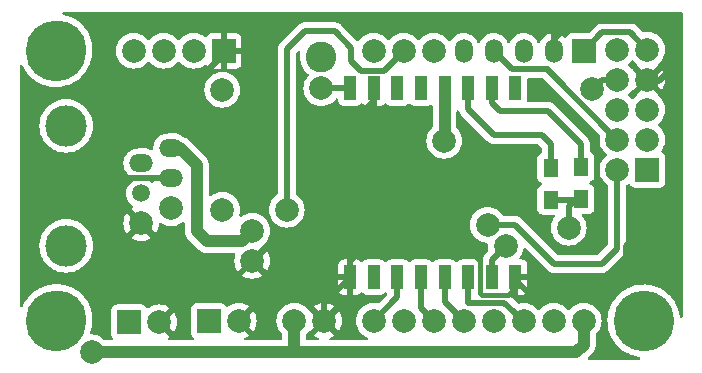
<source format=gbr>
%TF.GenerationSoftware,KiCad,Pcbnew,6.0.2+dfsg-1*%
%TF.CreationDate,2022-10-03T17:06:02+02:00*%
%TF.ProjectId,smartyreader_ng_lora,736d6172-7479-4726-9561-6465725f6e67,rev?*%
%TF.SameCoordinates,Original*%
%TF.FileFunction,Copper,L2,Bot*%
%TF.FilePolarity,Positive*%
%FSLAX46Y46*%
G04 Gerber Fmt 4.6, Leading zero omitted, Abs format (unit mm)*
G04 Created by KiCad (PCBNEW 6.0.2+dfsg-1) date 2022-10-03 17:06:02*
%MOMM*%
%LPD*%
G01*
G04 APERTURE LIST*
%TA.AperFunction,ComponentPad*%
%ADD10C,1.998980*%
%TD*%
%TA.AperFunction,ComponentPad*%
%ADD11O,1.500000X1.998980*%
%TD*%
%TA.AperFunction,ComponentPad*%
%ADD12R,1.998980X1.998980*%
%TD*%
%TA.AperFunction,ComponentPad*%
%ADD13C,5.000000*%
%TD*%
%TA.AperFunction,ComponentPad*%
%ADD14O,2.000000X1.500000*%
%TD*%
%TA.AperFunction,ComponentPad*%
%ADD15C,1.500000*%
%TD*%
%TA.AperFunction,ComponentPad*%
%ADD16C,2.000000*%
%TD*%
%TA.AperFunction,ComponentPad*%
%ADD17C,3.500000*%
%TD*%
%TA.AperFunction,ComponentPad*%
%ADD18C,2.600000*%
%TD*%
%TA.AperFunction,ComponentPad*%
%ADD19C,5.128260*%
%TD*%
%TA.AperFunction,SMDPad,CuDef*%
%ADD20R,1.000000X2.000000*%
%TD*%
%TA.AperFunction,SMDPad,CuDef*%
%ADD21R,1.300000X1.500000*%
%TD*%
%TA.AperFunction,ViaPad*%
%ADD22C,2.000000*%
%TD*%
%TA.AperFunction,Conductor*%
%ADD23C,0.500000*%
%TD*%
%TA.AperFunction,Conductor*%
%ADD24C,0.400000*%
%TD*%
%TA.AperFunction,Conductor*%
%ADD25C,1.000000*%
%TD*%
G04 APERTURE END LIST*
D10*
%TO.P,W1,16,3V3*%
%TO.N,+3.3V*%
X148590000Y-130810000D03*
%TO.P,W1,15,PD_SS_15_D8*%
%TO.N,Net-(D1-Pad2)*%
X146050000Y-130810000D03*
%TO.P,W1,14,MOSI_13_D7*%
%TO.N,Net-(J3-Pad6)*%
X143510000Y-130810000D03*
%TO.P,W1,13,MISO_12_D6*%
%TO.N,Net-(J3-Pad8)*%
X140970000Y-130810000D03*
%TO.P,W1,12,SCK_14_D5*%
%TO.N,Net-(J3-Pad2)*%
X138430000Y-130810000D03*
%TO.P,W1,11,16_D0*%
%TO.N,Net-(U1-Pad5)*%
X135890000Y-130810000D03*
%TO.P,W1,10,max_3V3_A0*%
%TO.N,unconnected-(W1-Pad10)*%
X133350000Y-130810000D03*
%TO.P,W1,9,RST*%
%TO.N,Net-(J3-Pad5)*%
X130810000Y-130810000D03*
%TO.P,W1,8,TX*%
%TO.N,unconnected-(W1-Pad8)*%
X130810000Y-107950000D03*
%TO.P,W1,7,RX*%
%TO.N,Net-(J1-Pad5)*%
X133350000Y-107950000D03*
%TO.P,W1,6,D1_5_SCL*%
%TO.N,Net-(J2-Pad4)*%
X135890000Y-107950000D03*
D11*
%TO.P,W1,5,D2_4_SDA*%
%TO.N,Net-(J2-Pad3)*%
X138430000Y-107950000D03*
%TO.P,W1,4,D3_0_PU*%
%TO.N,Net-(J3-Pad4)*%
X140970000Y-107950000D03*
%TO.P,W1,3,D4_2_LEDPU*%
%TO.N,unconnected-(W1-Pad3)*%
X143510000Y-107950000D03*
%TO.P,W1,2,GND*%
%TO.N,~*%
X146050000Y-107950000D03*
D12*
%TO.P,W1,1,5V*%
%TO.N,+5V*%
X148590000Y-107950000D03*
%TD*%
%TO.P,J3,1,NC*%
%TO.N,unconnected-(J3-Pad1)*%
X153987500Y-118017500D03*
D10*
%TO.P,J3,2,SCKL*%
%TO.N,Net-(J3-Pad2)*%
X151447500Y-118017500D03*
%TO.P,J3,3,INT*%
%TO.N,unconnected-(J3-Pad3)*%
X153987500Y-115477500D03*
%TO.P,J3,4,SCS*%
%TO.N,Net-(J3-Pad4)*%
X151447500Y-115477500D03*
%TO.P,J3,5,RESET*%
%TO.N,Net-(J3-Pad5)*%
X153987500Y-112937500D03*
%TO.P,J3,6,MOSI*%
%TO.N,Net-(J3-Pad6)*%
X151447500Y-112937500D03*
%TO.P,J3,7,GND*%
%TO.N,~*%
X153987500Y-110397500D03*
%TO.P,J3,8,MISO*%
%TO.N,Net-(J3-Pad8)*%
X151447500Y-110397500D03*
%TO.P,J3,9,5V*%
%TO.N,+5V*%
X153987500Y-107857500D03*
%TO.P,J3,10,3.3V*%
%TO.N,unconnected-(J3-Pad10)*%
X151447500Y-107857500D03*
D13*
%TO.P,J3,*%
%TO.N,*%
X103987500Y-107857500D03*
X103987500Y-130717500D03*
%TD*%
D10*
%TO.P,C1,1*%
%TO.N,+5V*%
X120523000Y-123190000D03*
%TO.P,C1,2*%
%TO.N,~*%
X120523000Y-125730000D03*
%TD*%
D14*
%TO.P,J1,1,1*%
%TO.N,+5V*%
X113665000Y-116205000D03*
%TO.P,J1,2,2*%
X111125000Y-117475000D03*
%TO.P,J1,3,3*%
%TO.N,~*%
X113665000Y-118745000D03*
D15*
%TO.P,J1,4,4*%
%TO.N,unconnected-(J1-Pad4)*%
X111125000Y-120015000D03*
D16*
%TO.P,J1,5,5*%
%TO.N,Net-(J1-Pad5)*%
X113665000Y-121285000D03*
%TO.P,J1,6,6*%
%TO.N,~*%
X111125000Y-122555000D03*
D17*
%TO.P,J1,7*%
%TO.N,N/C*%
X104775000Y-114300000D03*
%TO.P,J1,8*%
X104775000Y-124460000D03*
%TD*%
D12*
%TO.P,J2,1,11*%
%TO.N,~*%
X118110000Y-107950000D03*
D10*
%TO.P,J2,2,12*%
%TO.N,+3.3V*%
X115570000Y-107950000D03*
%TO.P,J2,3,13*%
%TO.N,Net-(J2-Pad3)*%
X113030000Y-107950000D03*
%TO.P,J2,4,14*%
%TO.N,Net-(J2-Pad4)*%
X110490000Y-107950000D03*
%TD*%
D12*
%TO.P,J5,1,11*%
%TO.N,+5V*%
X116840000Y-130810000D03*
D10*
%TO.P,J5,2,12*%
%TO.N,~*%
X119380000Y-130810000D03*
%TD*%
%TO.P,R4,1*%
%TO.N,+3.3V*%
X117983000Y-111252000D03*
%TO.P,R4,2*%
%TO.N,Net-(J1-Pad5)*%
X117983000Y-121412000D03*
%TD*%
%TO.P,C3,1*%
%TO.N,+3.3V*%
X124079000Y-130810000D03*
%TO.P,C3,2*%
%TO.N,~*%
X126619000Y-130810000D03*
%TD*%
D18*
%TO.P,J7,1,11*%
%TO.N,Net-(J6-Pad1)*%
X126365000Y-108458000D03*
%TD*%
D12*
%TO.P,C2,1*%
%TO.N,+5V*%
X110109000Y-130937000D03*
D10*
%TO.P,C2,2*%
%TO.N,~*%
X112649000Y-130937000D03*
%TD*%
D19*
%TO.P,H1,1*%
%TO.N,N/C*%
X103886000Y-107950000D03*
%TD*%
%TO.P,H2,1*%
%TO.N,N/C*%
X153670000Y-130810000D03*
%TD*%
%TO.P,H3,1*%
%TO.N,N/C*%
X103886000Y-130810000D03*
%TD*%
D20*
%TO.P,U1,1,GND*%
%TO.N,~*%
X142810000Y-127126000D03*
%TO.P,U1,2,MISO*%
%TO.N,Net-(J3-Pad8)*%
X140810000Y-127126000D03*
%TO.P,U1,3,MOSI*%
%TO.N,Net-(J3-Pad6)*%
X138810000Y-127126000D03*
%TO.P,U1,4,SCK*%
%TO.N,Net-(J3-Pad2)*%
X136810000Y-127126000D03*
%TO.P,U1,5,NSS*%
%TO.N,Net-(U1-Pad5)*%
X134810000Y-127126000D03*
%TO.P,U1,6,RESET*%
%TO.N,Net-(J3-Pad5)*%
X132810000Y-127126000D03*
%TO.P,U1,7,DIO5*%
%TO.N,unconnected-(U1-Pad7)*%
X130810000Y-127126000D03*
%TO.P,U1,8,GND*%
%TO.N,~*%
X128810000Y-127126000D03*
%TO.P,U1,9,ANT*%
%TO.N,Net-(J6-Pad1)*%
X128810000Y-111126000D03*
%TO.P,U1,10,GND*%
%TO.N,~*%
X130810000Y-111126000D03*
%TO.P,U1,11,DIO3*%
%TO.N,unconnected-(U1-Pad11)*%
X132810000Y-111126000D03*
%TO.P,U1,12,DIO4*%
%TO.N,unconnected-(U1-Pad12)*%
X134810000Y-111126000D03*
%TO.P,U1,13,3.3V*%
%TO.N,+3.3V*%
X136810000Y-111126000D03*
%TO.P,U1,14,DIO0*%
%TO.N,Net-(D1-Pad1)*%
X138810000Y-111126000D03*
%TO.P,U1,15,DIO1*%
%TO.N,Net-(D2-Pad1)*%
X140810000Y-111126000D03*
%TO.P,U1,16,DIO2*%
%TO.N,unconnected-(U1-Pad16)*%
X142810000Y-111126000D03*
%TD*%
D21*
%TO.P,D1,1,A*%
%TO.N,Net-(D1-Pad1)*%
X145796000Y-117856000D03*
%TO.P,D1,2,K*%
%TO.N,Net-(D1-Pad2)*%
X145796000Y-120556000D03*
%TD*%
%TO.P,D2,1,A*%
%TO.N,Net-(D2-Pad1)*%
X148336000Y-117776000D03*
%TO.P,D2,2,K*%
%TO.N,Net-(D1-Pad2)*%
X148336000Y-120476000D03*
%TD*%
D22*
%TO.N,Net-(D1-Pad2)*%
X147320000Y-122936000D03*
%TO.N,Net-(J3-Pad2)*%
X140462000Y-122682000D03*
%TO.N,Net-(J3-Pad8)*%
X141986000Y-124460000D03*
X149316459Y-111221709D03*
%TO.N,Net-(J1-Pad5)*%
X123444000Y-121412000D03*
%TO.N,~*%
X127635000Y-113947000D03*
X120523000Y-113030000D03*
%TO.N,Net-(J6-Pad1)*%
X126365000Y-111125000D03*
%TO.N,+3.3V*%
X136779000Y-115570000D03*
X106934000Y-133477000D03*
%TD*%
D23*
%TO.N,Net-(D1-Pad1)*%
X138810000Y-111126000D02*
X138810000Y-112902000D01*
X138810000Y-112902000D02*
X140970000Y-115062000D01*
X140970000Y-115062000D02*
X145034000Y-115062000D01*
X145034000Y-115062000D02*
X145796000Y-115824000D01*
X145796000Y-115824000D02*
X145796000Y-117856000D01*
X145542000Y-118110000D02*
X145796000Y-117856000D01*
%TO.N,Net-(D1-Pad2)*%
X145796000Y-120556000D02*
X148256000Y-120556000D01*
X148256000Y-120556000D02*
X148336000Y-120476000D01*
%TO.N,Net-(D2-Pad1)*%
X140810000Y-111126000D02*
X140810000Y-112362000D01*
X140810000Y-112362000D02*
X141478000Y-113030000D01*
X145542000Y-113030000D02*
X148336000Y-115824000D01*
X141478000Y-113030000D02*
X145542000Y-113030000D01*
X148336000Y-115824000D02*
X148336000Y-117776000D01*
%TO.N,Net-(D1-Pad2)*%
X147320000Y-122936000D02*
X147320000Y-121064000D01*
X147320000Y-121064000D02*
X147574000Y-120810000D01*
%TO.N,Net-(J3-Pad2)*%
X151396480Y-124701520D02*
X151396480Y-118068520D01*
X151396480Y-118068520D02*
X151447500Y-118017500D01*
X140462000Y-122682000D02*
X142748000Y-122682000D01*
X142748000Y-122682000D02*
X146050000Y-125984000D01*
X146050000Y-125984000D02*
X150114000Y-125984000D01*
X150114000Y-125984000D02*
X151396480Y-124701520D01*
%TO.N,~*%
X142810000Y-127126000D02*
X142810000Y-127316000D01*
X142810000Y-127316000D02*
X144272000Y-128778000D01*
X144272000Y-128778000D02*
X149710982Y-128778000D01*
X149710982Y-128778000D02*
X152146000Y-125730000D01*
X152146000Y-124460000D02*
X156210000Y-120396000D01*
X152146000Y-125730000D02*
X152146000Y-124460000D01*
X156210000Y-120396000D02*
X156210000Y-109220000D01*
%TO.N,Net-(J3-Pad8)*%
X150140668Y-110397500D02*
X149316459Y-111221709D01*
X151447500Y-110397500D02*
X150140668Y-110397500D01*
%TO.N,Net-(J3-Pad4)*%
X142494000Y-109474000D02*
X145542000Y-109474000D01*
X140970000Y-107950000D02*
X142494000Y-109474000D01*
X145542000Y-109474000D02*
X145542000Y-109572000D01*
X145542000Y-109572000D02*
X151447500Y-115477500D01*
%TO.N,~*%
X146050000Y-107950000D02*
X146050000Y-106934000D01*
X146050000Y-106934000D02*
X147574000Y-105410000D01*
X147574000Y-105410000D02*
X154940000Y-105410000D01*
X154940000Y-110490000D02*
X154080000Y-110490000D01*
X154940000Y-105410000D02*
X156210000Y-106680000D01*
X156210000Y-106680000D02*
X156210000Y-109220000D01*
X156210000Y-109220000D02*
X154940000Y-110490000D01*
X154080000Y-110490000D02*
X153987500Y-110397500D01*
%TO.N,+5V*%
X148590000Y-107950000D02*
X150181501Y-106358499D01*
X150181501Y-106358499D02*
X152488499Y-106358499D01*
X152488499Y-106358499D02*
X153987500Y-107857500D01*
%TO.N,Net-(J1-Pad5)*%
X123444000Y-107823000D02*
X124968000Y-106299000D01*
X128905000Y-108820998D02*
X129710001Y-109625999D01*
X129710001Y-109625999D02*
X131699000Y-109625999D01*
X127508000Y-106299000D02*
X128905000Y-107696000D01*
X128905000Y-107696000D02*
X128905000Y-108820998D01*
X124968000Y-106299000D02*
X127508000Y-106299000D01*
X123444000Y-117983000D02*
X123444000Y-107823000D01*
X131699000Y-109625999D02*
X131909999Y-109390001D01*
X131909999Y-109390001D02*
X133350000Y-107950000D01*
X123444000Y-117983000D02*
X123444000Y-121412000D01*
%TO.N,~*%
X119634000Y-115316000D02*
X119380000Y-115062000D01*
X119380000Y-115062000D02*
X114808000Y-115062000D01*
X114808000Y-115062000D02*
X113792000Y-114046000D01*
X113792000Y-114046000D02*
X113284000Y-114046000D01*
X110490000Y-114046000D02*
X109220000Y-115316000D01*
X109220000Y-115316000D02*
X109220000Y-118872000D01*
X109220000Y-120650000D02*
X111125000Y-122555000D01*
X118110000Y-108204000D02*
X113284000Y-113030000D01*
X113284000Y-113030000D02*
X113284000Y-114046000D01*
X113284000Y-114046000D02*
X110490000Y-114046000D01*
X109347000Y-118745000D02*
X109220000Y-118872000D01*
X109220000Y-118872000D02*
X109220000Y-120650000D01*
X127079000Y-128857000D02*
X128810000Y-127126000D01*
X121666000Y-128524000D02*
X126746000Y-128524000D01*
X126619000Y-130810000D02*
X126619000Y-129317000D01*
X118110000Y-107950000D02*
X118110000Y-108204000D01*
D24*
X139827000Y-128453002D02*
X139827000Y-125730000D01*
D23*
X126619000Y-129317000D02*
X127079000Y-128857000D01*
X113665000Y-118745000D02*
X109347000Y-118745000D01*
D24*
X142810000Y-127126000D02*
X142810000Y-127954000D01*
D23*
X121666000Y-128524000D02*
X121666000Y-126873000D01*
D24*
X129187000Y-125349000D02*
X128810000Y-125726000D01*
D23*
X121666000Y-126873000D02*
X120523000Y-125730000D01*
X127635000Y-113947000D02*
X129049213Y-113947000D01*
D24*
X142810000Y-127954000D02*
X142163481Y-128600518D01*
X142163481Y-128600518D02*
X142148953Y-128585990D01*
X139959988Y-128585990D02*
X139827000Y-128453002D01*
D23*
X130810000Y-112186213D02*
X130810000Y-111126000D01*
D24*
X139827000Y-125730000D02*
X139446000Y-125349000D01*
X128810000Y-125726000D02*
X128810000Y-127126000D01*
D23*
X119634000Y-113919000D02*
X120523000Y-113030000D01*
X126746000Y-128524000D02*
X127079000Y-128857000D01*
X119380000Y-130810000D02*
X121666000Y-128524000D01*
D24*
X142148953Y-128585990D02*
X139959988Y-128585990D01*
X139446000Y-125349000D02*
X129187000Y-125349000D01*
D23*
X129049213Y-113947000D02*
X130810000Y-112186213D01*
X119634000Y-115316000D02*
X119634000Y-113919000D01*
%TO.N,Net-(J6-Pad1)*%
X128809000Y-111125000D02*
X128810000Y-111126000D01*
X126365000Y-111125000D02*
X128809000Y-111125000D01*
%TO.N,Net-(U1-Pad5)*%
X134810000Y-129730000D02*
X135890000Y-130810000D01*
X134810000Y-127126000D02*
X134810000Y-129730000D01*
D25*
%TO.N,+5V*%
X115824000Y-123190000D02*
X115824000Y-117602000D01*
X114427000Y-116205000D02*
X113665000Y-116205000D01*
X116713000Y-124079000D02*
X115824000Y-123190000D01*
X115824000Y-117602000D02*
X114427000Y-116205000D01*
X119634000Y-124079000D02*
X120523000Y-123190000D01*
X116713000Y-124079000D02*
X119634000Y-124079000D01*
%TO.N,+3.3V*%
X148590000Y-132842000D02*
X147955000Y-133477000D01*
X147955000Y-133477000D02*
X124206000Y-133477000D01*
X124079000Y-133350000D02*
X124206000Y-133477000D01*
X124206000Y-133477000D02*
X106934000Y-133477000D01*
X136810000Y-115539000D02*
X136779000Y-115570000D01*
X136810000Y-111126000D02*
X136810000Y-115539000D01*
X124079000Y-130810000D02*
X124079000Y-133350000D01*
X148590000Y-130810000D02*
X148590000Y-132842000D01*
D23*
%TO.N,Net-(J3-Pad2)*%
X136810000Y-129190000D02*
X138430000Y-130810000D01*
X136810000Y-127126000D02*
X136810000Y-129190000D01*
%TO.N,Net-(J3-Pad5)*%
X130810000Y-130810000D02*
X132810000Y-128810000D01*
X132810000Y-128810000D02*
X132810000Y-127126000D01*
X132810000Y-126725998D02*
X132810000Y-127126000D01*
%TO.N,Net-(J3-Pad6)*%
X138810000Y-128142000D02*
X138811000Y-129286000D01*
X138810000Y-127126000D02*
X138810000Y-128142000D01*
X138811000Y-129286000D02*
X141859000Y-129286000D01*
X141859000Y-129286000D02*
X143510000Y-130810000D01*
%TO.N,Net-(J3-Pad8)*%
X140810000Y-127126000D02*
X140810000Y-125636000D01*
X140810000Y-125636000D02*
X141986000Y-124460000D01*
%TD*%
%TA.AperFunction,Conductor*%
%TO.N,~*%
G36*
X156914121Y-104668002D02*
G01*
X156960614Y-104721658D01*
X156972000Y-104774000D01*
X156972000Y-130407349D01*
X156951998Y-130475470D01*
X156898342Y-130521963D01*
X156828068Y-130532067D01*
X156763488Y-130502573D01*
X156725104Y-130442847D01*
X156721764Y-130428362D01*
X156671581Y-130131660D01*
X156671580Y-130131655D01*
X156670994Y-130128191D01*
X156576291Y-129797922D01*
X156490625Y-129590081D01*
X156446701Y-129483514D01*
X156446697Y-129483507D01*
X156445363Y-129480269D01*
X156317406Y-129247516D01*
X156281536Y-129182268D01*
X156281533Y-129182264D01*
X156279843Y-129179189D01*
X156081794Y-128898436D01*
X155988987Y-128793905D01*
X155856014Y-128644134D01*
X155856010Y-128644130D01*
X155853683Y-128641509D01*
X155851082Y-128639167D01*
X155851077Y-128639162D01*
X155600975Y-128413969D01*
X155600974Y-128413968D01*
X155598355Y-128411610D01*
X155466314Y-128317078D01*
X155321858Y-128213657D01*
X155321851Y-128213653D01*
X155318991Y-128211605D01*
X155019074Y-128043987D01*
X154702342Y-127910846D01*
X154658808Y-127898033D01*
X154464742Y-127840916D01*
X154372743Y-127813839D01*
X154369286Y-127813230D01*
X154369280Y-127813228D01*
X154172609Y-127778550D01*
X154034385Y-127754177D01*
X154030876Y-127753956D01*
X154030874Y-127753956D01*
X153695003Y-127732825D01*
X153694997Y-127732825D01*
X153691485Y-127732604D01*
X153594753Y-127737335D01*
X153351824Y-127749216D01*
X153351816Y-127749217D01*
X153348317Y-127749388D01*
X153344849Y-127749950D01*
X153344846Y-127749950D01*
X153012633Y-127803756D01*
X153012630Y-127803757D01*
X153009158Y-127804319D01*
X153005771Y-127805265D01*
X153005765Y-127805266D01*
X152681632Y-127895766D01*
X152678237Y-127896714D01*
X152674974Y-127898032D01*
X152674972Y-127898033D01*
X152643259Y-127910846D01*
X152359677Y-128025421D01*
X152057449Y-128188835D01*
X151775320Y-128384920D01*
X151772678Y-128387233D01*
X151772674Y-128387236D01*
X151611661Y-128528192D01*
X151516806Y-128611231D01*
X151285131Y-128864948D01*
X151083181Y-129142909D01*
X150913473Y-129441648D01*
X150848925Y-129592250D01*
X150783819Y-129744154D01*
X150778123Y-129757443D01*
X150678818Y-130086357D01*
X150652087Y-130232001D01*
X150626554Y-130371126D01*
X150616796Y-130424291D01*
X150592829Y-130767032D01*
X150607217Y-131110309D01*
X150618319Y-131182022D01*
X150653434Y-131408853D01*
X150659779Y-131449842D01*
X150660701Y-131453234D01*
X150660701Y-131453236D01*
X150672518Y-131496730D01*
X150749862Y-131781401D01*
X150790015Y-131882816D01*
X150852165Y-132039789D01*
X150876341Y-132100852D01*
X150877996Y-132103964D01*
X150877998Y-132103969D01*
X150921488Y-132185762D01*
X151037641Y-132404213D01*
X151039631Y-132407119D01*
X151039632Y-132407121D01*
X151229761Y-132684797D01*
X151229766Y-132684803D01*
X151231752Y-132687704D01*
X151456253Y-132947791D01*
X151708346Y-133181232D01*
X151711168Y-133183313D01*
X151711171Y-133183315D01*
X151789702Y-133241213D01*
X151984890Y-133385118D01*
X151987927Y-133386872D01*
X151987931Y-133386874D01*
X152103199Y-133453424D01*
X152282437Y-133556907D01*
X152312170Y-133569897D01*
X152594058Y-133693051D01*
X152594068Y-133693055D01*
X152597280Y-133694458D01*
X152600637Y-133695497D01*
X152600642Y-133695499D01*
X152737117Y-133737745D01*
X152925492Y-133796057D01*
X152928948Y-133796716D01*
X152928947Y-133796716D01*
X153259518Y-133859776D01*
X153259524Y-133859777D01*
X153262985Y-133860437D01*
X153266497Y-133860707D01*
X153269493Y-133861107D01*
X153334369Y-133889946D01*
X153373355Y-133949280D01*
X153374073Y-134020273D01*
X153336296Y-134080385D01*
X153272016Y-134110530D01*
X153252824Y-134112000D01*
X149050426Y-134112000D01*
X148982305Y-134091998D01*
X148935812Y-134038342D01*
X148925708Y-133968068D01*
X148955202Y-133903488D01*
X148961330Y-133896905D01*
X149259383Y-133598851D01*
X149269527Y-133589749D01*
X149294218Y-133569897D01*
X149299025Y-133566032D01*
X149331292Y-133527578D01*
X149334473Y-133523930D01*
X149336117Y-133522117D01*
X149338309Y-133519925D01*
X149365580Y-133486724D01*
X149366362Y-133485782D01*
X149373732Y-133477000D01*
X149426154Y-133414526D01*
X149428723Y-133409853D01*
X149432103Y-133405738D01*
X149444276Y-133383037D01*
X149476028Y-133323820D01*
X149476657Y-133322662D01*
X149518465Y-133246612D01*
X149518465Y-133246611D01*
X149521433Y-133241213D01*
X149523044Y-133236135D01*
X149525563Y-133231437D01*
X149552753Y-133142502D01*
X149553136Y-133141272D01*
X149579371Y-133058570D01*
X149581235Y-133052694D01*
X149581828Y-133047403D01*
X149583388Y-133042302D01*
X149592795Y-132949689D01*
X149592915Y-132948569D01*
X149598500Y-132898773D01*
X149598500Y-132895244D01*
X149598555Y-132894261D01*
X149599004Y-132888556D01*
X149602752Y-132851664D01*
X149602752Y-132851661D01*
X149603374Y-132845537D01*
X149599059Y-132799888D01*
X149598500Y-132788031D01*
X149598500Y-131989883D01*
X149618502Y-131921762D01*
X149642665Y-131894076D01*
X149659607Y-131879607D01*
X149813762Y-131699115D01*
X149937784Y-131496730D01*
X149955800Y-131453236D01*
X150026726Y-131282004D01*
X150026728Y-131281998D01*
X150028618Y-131277435D01*
X150029811Y-131272468D01*
X150082875Y-131051440D01*
X150084030Y-131046631D01*
X150102653Y-130810000D01*
X150084030Y-130573369D01*
X150044172Y-130407349D01*
X150029772Y-130347370D01*
X150029770Y-130347365D01*
X150028618Y-130342565D01*
X150026728Y-130338002D01*
X150026726Y-130337996D01*
X149939679Y-130127844D01*
X149939677Y-130127840D01*
X149937784Y-130123270D01*
X149813762Y-129920885D01*
X149659607Y-129740393D01*
X149479115Y-129586238D01*
X149276730Y-129462216D01*
X149272160Y-129460323D01*
X149272156Y-129460321D01*
X149062004Y-129373274D01*
X149061998Y-129373272D01*
X149057435Y-129371382D01*
X149052635Y-129370230D01*
X149052630Y-129370228D01*
X148947215Y-129344920D01*
X148826631Y-129315970D01*
X148590000Y-129297347D01*
X148353369Y-129315970D01*
X148232785Y-129344920D01*
X148127370Y-129370228D01*
X148127365Y-129370230D01*
X148122565Y-129371382D01*
X148118002Y-129373272D01*
X148117996Y-129373274D01*
X147907844Y-129460321D01*
X147907840Y-129460323D01*
X147903270Y-129462216D01*
X147700885Y-129586238D01*
X147520393Y-129740393D01*
X147517185Y-129744149D01*
X147517180Y-129744154D01*
X147415811Y-129862842D01*
X147356361Y-129901652D01*
X147285366Y-129902159D01*
X147224189Y-129862842D01*
X147122820Y-129744154D01*
X147122815Y-129744149D01*
X147119607Y-129740393D01*
X146939115Y-129586238D01*
X146736730Y-129462216D01*
X146732160Y-129460323D01*
X146732156Y-129460321D01*
X146522004Y-129373274D01*
X146521998Y-129373272D01*
X146517435Y-129371382D01*
X146512635Y-129370230D01*
X146512630Y-129370228D01*
X146407215Y-129344920D01*
X146286631Y-129315970D01*
X146050000Y-129297347D01*
X145813369Y-129315970D01*
X145692785Y-129344920D01*
X145587370Y-129370228D01*
X145587365Y-129370230D01*
X145582565Y-129371382D01*
X145578002Y-129373272D01*
X145577996Y-129373274D01*
X145367844Y-129460321D01*
X145367840Y-129460323D01*
X145363270Y-129462216D01*
X145160885Y-129586238D01*
X144980393Y-129740393D01*
X144977185Y-129744149D01*
X144977180Y-129744154D01*
X144875811Y-129862842D01*
X144816361Y-129901652D01*
X144745366Y-129902159D01*
X144684189Y-129862842D01*
X144582820Y-129744154D01*
X144582815Y-129744149D01*
X144579607Y-129740393D01*
X144399115Y-129586238D01*
X144196730Y-129462216D01*
X144192160Y-129460323D01*
X144192156Y-129460321D01*
X143982004Y-129373274D01*
X143981998Y-129373272D01*
X143977435Y-129371382D01*
X143972635Y-129370230D01*
X143972630Y-129370228D01*
X143867215Y-129344920D01*
X143746631Y-129315970D01*
X143510000Y-129297347D01*
X143273369Y-129315970D01*
X143268562Y-129317124D01*
X143268556Y-129317125D01*
X143129583Y-129350490D01*
X143058675Y-129346943D01*
X143014706Y-129320556D01*
X142498759Y-128844298D01*
X142462270Y-128783396D01*
X142464501Y-128712434D01*
X142504742Y-128653943D01*
X142548725Y-128630817D01*
X142553124Y-128629525D01*
X142554329Y-128628135D01*
X142556000Y-128620452D01*
X142556000Y-128615884D01*
X143064000Y-128615884D01*
X143068475Y-128631123D01*
X143069865Y-128632328D01*
X143077548Y-128633999D01*
X143354669Y-128633999D01*
X143361490Y-128633629D01*
X143412352Y-128628105D01*
X143427604Y-128624479D01*
X143548054Y-128579324D01*
X143563649Y-128570786D01*
X143665724Y-128494285D01*
X143678285Y-128481724D01*
X143754786Y-128379649D01*
X143763324Y-128364054D01*
X143808478Y-128243606D01*
X143812105Y-128228351D01*
X143817631Y-128177486D01*
X143818000Y-128170672D01*
X143818000Y-127398115D01*
X143813525Y-127382876D01*
X143812135Y-127381671D01*
X143804452Y-127380000D01*
X143082115Y-127380000D01*
X143066876Y-127384475D01*
X143065671Y-127385865D01*
X143064000Y-127393548D01*
X143064000Y-128615884D01*
X142556000Y-128615884D01*
X142556000Y-126998000D01*
X142576002Y-126929879D01*
X142629658Y-126883386D01*
X142682000Y-126872000D01*
X143799884Y-126872000D01*
X143815123Y-126867525D01*
X143816328Y-126866135D01*
X143817999Y-126858452D01*
X143817999Y-126081331D01*
X143817629Y-126074510D01*
X143812105Y-126023648D01*
X143808479Y-126008396D01*
X143763324Y-125887946D01*
X143754786Y-125872351D01*
X143678285Y-125770276D01*
X143665724Y-125757715D01*
X143563649Y-125681214D01*
X143548054Y-125672676D01*
X143427606Y-125627522D01*
X143412351Y-125623895D01*
X143361486Y-125618369D01*
X143354672Y-125618000D01*
X143254099Y-125618000D01*
X143185978Y-125597998D01*
X143139485Y-125544342D01*
X143129381Y-125474068D01*
X143158288Y-125410170D01*
X143206961Y-125353182D01*
X143206969Y-125353170D01*
X143210176Y-125349416D01*
X143212755Y-125345208D01*
X143212759Y-125345202D01*
X143331654Y-125151183D01*
X143334240Y-125146963D01*
X143340931Y-125130811D01*
X143423211Y-124932167D01*
X143423212Y-124932165D01*
X143425105Y-124927594D01*
X143450070Y-124823608D01*
X143468571Y-124746547D01*
X143503923Y-124684977D01*
X143566950Y-124652295D01*
X143637641Y-124658876D01*
X143680185Y-124686866D01*
X145466230Y-126472911D01*
X145478616Y-126487323D01*
X145487149Y-126498918D01*
X145487154Y-126498923D01*
X145491492Y-126504818D01*
X145497070Y-126509557D01*
X145497073Y-126509560D01*
X145531768Y-126539035D01*
X145539284Y-126545965D01*
X145544979Y-126551660D01*
X145547861Y-126553940D01*
X145567251Y-126569281D01*
X145570655Y-126572072D01*
X145620703Y-126614591D01*
X145626285Y-126619333D01*
X145632801Y-126622661D01*
X145637850Y-126626028D01*
X145642979Y-126629195D01*
X145648716Y-126633734D01*
X145714875Y-126664655D01*
X145718769Y-126666558D01*
X145783808Y-126699769D01*
X145790916Y-126701508D01*
X145796559Y-126703607D01*
X145802322Y-126705524D01*
X145808950Y-126708622D01*
X145879739Y-126723346D01*
X145880412Y-126723486D01*
X145884696Y-126724456D01*
X145955610Y-126741808D01*
X145961212Y-126742156D01*
X145961215Y-126742156D01*
X145966764Y-126742500D01*
X145966762Y-126742536D01*
X145970755Y-126742775D01*
X145974947Y-126743149D01*
X145982115Y-126744640D01*
X146059520Y-126742546D01*
X146062928Y-126742500D01*
X150046930Y-126742500D01*
X150065880Y-126743933D01*
X150080115Y-126746099D01*
X150080119Y-126746099D01*
X150087349Y-126747199D01*
X150094641Y-126746606D01*
X150094644Y-126746606D01*
X150140018Y-126742915D01*
X150150233Y-126742500D01*
X150158293Y-126742500D01*
X150175680Y-126740473D01*
X150186507Y-126739211D01*
X150190882Y-126738778D01*
X150256339Y-126733454D01*
X150256342Y-126733453D01*
X150263637Y-126732860D01*
X150270601Y-126730604D01*
X150276560Y-126729413D01*
X150282415Y-126728029D01*
X150289681Y-126727182D01*
X150358327Y-126702265D01*
X150362455Y-126700848D01*
X150424936Y-126680607D01*
X150424938Y-126680606D01*
X150431899Y-126678351D01*
X150438154Y-126674555D01*
X150443628Y-126672049D01*
X150449058Y-126669330D01*
X150455937Y-126666833D01*
X150462058Y-126662820D01*
X150516976Y-126626814D01*
X150520680Y-126624477D01*
X150583107Y-126586595D01*
X150591484Y-126579197D01*
X150591508Y-126579224D01*
X150594500Y-126576571D01*
X150597733Y-126573868D01*
X150603852Y-126569856D01*
X150657128Y-126513617D01*
X150659506Y-126511175D01*
X151885391Y-125285290D01*
X151899803Y-125272904D01*
X151911398Y-125264371D01*
X151911403Y-125264366D01*
X151917298Y-125260028D01*
X151922037Y-125254450D01*
X151922040Y-125254447D01*
X151951515Y-125219752D01*
X151958445Y-125212236D01*
X151964141Y-125206540D01*
X151966404Y-125203679D01*
X151966409Y-125203674D01*
X151981765Y-125184264D01*
X151984554Y-125180862D01*
X152027076Y-125130811D01*
X152027077Y-125130810D01*
X152031813Y-125125235D01*
X152035141Y-125118718D01*
X152038507Y-125113670D01*
X152041670Y-125108548D01*
X152046215Y-125102804D01*
X152077144Y-125036625D01*
X152079043Y-125032741D01*
X152112249Y-124967712D01*
X152113990Y-124960597D01*
X152116093Y-124954942D01*
X152118002Y-124949203D01*
X152121102Y-124942570D01*
X152135971Y-124871085D01*
X152136941Y-124866802D01*
X152137651Y-124863901D01*
X152154288Y-124795910D01*
X152154980Y-124784756D01*
X152155015Y-124784758D01*
X152155255Y-124780786D01*
X152155632Y-124776565D01*
X152157121Y-124769405D01*
X152155026Y-124691978D01*
X152154980Y-124688570D01*
X152154980Y-119423132D01*
X152174982Y-119355011D01*
X152215145Y-119315699D01*
X152257020Y-119290038D01*
X152336615Y-119241262D01*
X152348149Y-119231411D01*
X152412939Y-119202381D01*
X152483139Y-119212986D01*
X152535710Y-119259201D01*
X152537395Y-119263695D01*
X152542780Y-119270880D01*
X152542781Y-119270882D01*
X152550619Y-119281340D01*
X152624749Y-119380251D01*
X152741305Y-119467605D01*
X152877694Y-119518735D01*
X152939876Y-119525490D01*
X155035124Y-119525490D01*
X155097306Y-119518735D01*
X155233695Y-119467605D01*
X155350251Y-119380251D01*
X155437605Y-119263695D01*
X155488735Y-119127306D01*
X155495490Y-119065124D01*
X155495490Y-116969876D01*
X155488735Y-116907694D01*
X155437605Y-116771305D01*
X155350251Y-116654749D01*
X155233695Y-116567395D01*
X155233570Y-116567348D01*
X155186569Y-116520242D01*
X155171554Y-116450851D01*
X155196438Y-116384358D01*
X155201411Y-116378149D01*
X155208052Y-116370373D01*
X155211262Y-116366615D01*
X155335284Y-116164230D01*
X155346074Y-116138181D01*
X155424226Y-115949504D01*
X155424228Y-115949498D01*
X155426118Y-115944935D01*
X155447133Y-115857405D01*
X155460488Y-115801777D01*
X155481530Y-115714131D01*
X155500153Y-115477500D01*
X155481530Y-115240869D01*
X155448749Y-115104329D01*
X155427272Y-115014870D01*
X155427270Y-115014865D01*
X155426118Y-115010065D01*
X155424228Y-115005502D01*
X155424226Y-115005496D01*
X155337179Y-114795344D01*
X155337177Y-114795340D01*
X155335284Y-114790770D01*
X155211262Y-114588385D01*
X155057107Y-114407893D01*
X155053351Y-114404685D01*
X155053346Y-114404680D01*
X154934658Y-114303311D01*
X154895848Y-114243861D01*
X154895341Y-114172866D01*
X154934658Y-114111689D01*
X155053346Y-114010320D01*
X155053351Y-114010315D01*
X155057107Y-114007107D01*
X155211262Y-113826615D01*
X155335284Y-113624230D01*
X155337831Y-113618082D01*
X155424226Y-113409504D01*
X155424228Y-113409498D01*
X155426118Y-113404935D01*
X155431370Y-113383062D01*
X155470542Y-113219899D01*
X155481530Y-113174131D01*
X155500153Y-112937500D01*
X155481530Y-112700869D01*
X155450299Y-112570786D01*
X155427272Y-112474870D01*
X155427270Y-112474865D01*
X155426118Y-112470065D01*
X155424228Y-112465502D01*
X155424226Y-112465496D01*
X155337179Y-112255344D01*
X155337177Y-112255340D01*
X155335284Y-112250770D01*
X155211262Y-112048385D01*
X155057107Y-111867893D01*
X155053351Y-111864685D01*
X155053346Y-111864680D01*
X154900407Y-111734058D01*
X154861597Y-111674608D01*
X154859318Y-111639175D01*
X154851252Y-111620462D01*
X154000312Y-110769522D01*
X153986368Y-110761908D01*
X153984535Y-110762039D01*
X153977920Y-110766290D01*
X153126791Y-111617419D01*
X153117939Y-111633630D01*
X153103900Y-111698162D01*
X153075144Y-111733587D01*
X152921655Y-111864680D01*
X152917893Y-111867893D01*
X152914685Y-111871649D01*
X152914680Y-111871654D01*
X152813311Y-111990342D01*
X152753861Y-112029152D01*
X152682866Y-112029659D01*
X152621689Y-111990342D01*
X152520320Y-111871654D01*
X152520315Y-111871649D01*
X152517107Y-111867893D01*
X152513351Y-111864685D01*
X152513346Y-111864680D01*
X152394658Y-111763311D01*
X152355848Y-111703861D01*
X152355341Y-111632866D01*
X152394658Y-111571689D01*
X152513346Y-111470320D01*
X152513351Y-111470315D01*
X152517107Y-111467107D01*
X152520315Y-111463351D01*
X152520320Y-111463346D01*
X152650942Y-111310407D01*
X152710392Y-111271597D01*
X152745825Y-111269318D01*
X152764538Y-111261252D01*
X153615478Y-110410312D01*
X153621856Y-110398632D01*
X154351908Y-110398632D01*
X154352039Y-110400465D01*
X154356290Y-110407080D01*
X155207419Y-111258209D01*
X155219799Y-111264969D01*
X155227449Y-111259242D01*
X155332250Y-111088222D01*
X155336731Y-111079428D01*
X155423747Y-110869353D01*
X155426796Y-110859968D01*
X155479879Y-110638866D01*
X155481422Y-110629119D01*
X155499263Y-110402430D01*
X155499263Y-110392570D01*
X155481422Y-110165881D01*
X155479879Y-110156134D01*
X155426796Y-109935032D01*
X155423747Y-109925647D01*
X155336731Y-109715572D01*
X155332250Y-109706778D01*
X155229696Y-109539424D01*
X155219240Y-109529964D01*
X155210462Y-109533748D01*
X154359522Y-110384688D01*
X154351908Y-110398632D01*
X153621856Y-110398632D01*
X153623092Y-110396368D01*
X153622961Y-110394535D01*
X153618710Y-110387920D01*
X152767581Y-109536791D01*
X152751370Y-109527939D01*
X152686838Y-109513900D01*
X152651413Y-109485144D01*
X152520315Y-109331649D01*
X152517107Y-109327893D01*
X152513351Y-109324685D01*
X152513346Y-109324680D01*
X152394658Y-109223311D01*
X152355848Y-109163861D01*
X152355341Y-109092866D01*
X152394658Y-109031689D01*
X152513346Y-108930320D01*
X152513351Y-108930315D01*
X152517107Y-108927107D01*
X152520315Y-108923351D01*
X152520320Y-108923346D01*
X152621689Y-108804658D01*
X152681139Y-108765848D01*
X152752134Y-108765341D01*
X152813311Y-108804658D01*
X152914680Y-108923346D01*
X152914685Y-108923351D01*
X152917893Y-108927107D01*
X152921649Y-108930315D01*
X152921654Y-108930320D01*
X153074593Y-109060942D01*
X153113403Y-109120392D01*
X153115682Y-109155825D01*
X153123748Y-109174538D01*
X153974688Y-110025478D01*
X153988632Y-110033092D01*
X153990465Y-110032961D01*
X153997080Y-110028710D01*
X154848209Y-109177581D01*
X154857061Y-109161370D01*
X154871100Y-109096838D01*
X154899856Y-109061413D01*
X155053351Y-108930315D01*
X155057107Y-108927107D01*
X155211262Y-108746615D01*
X155335284Y-108544230D01*
X155337179Y-108539656D01*
X155424226Y-108329504D01*
X155424228Y-108329498D01*
X155426118Y-108324935D01*
X155481530Y-108094131D01*
X155500153Y-107857500D01*
X155481530Y-107620869D01*
X155446929Y-107476748D01*
X155427272Y-107394870D01*
X155427270Y-107394865D01*
X155426118Y-107390065D01*
X155424228Y-107385502D01*
X155424226Y-107385496D01*
X155337179Y-107175344D01*
X155337177Y-107175340D01*
X155335284Y-107170770D01*
X155211262Y-106968385D01*
X155057107Y-106787893D01*
X154876615Y-106633738D01*
X154674230Y-106509716D01*
X154669660Y-106507823D01*
X154669656Y-106507821D01*
X154459504Y-106420774D01*
X154459498Y-106420772D01*
X154454935Y-106418882D01*
X154450135Y-106417730D01*
X154450130Y-106417728D01*
X154304474Y-106382759D01*
X154224131Y-106363470D01*
X153987500Y-106344847D01*
X153750869Y-106363470D01*
X153670526Y-106382759D01*
X153599619Y-106379213D01*
X153552017Y-106349336D01*
X153072269Y-105869588D01*
X153059883Y-105855176D01*
X153051350Y-105843581D01*
X153051345Y-105843576D01*
X153047007Y-105837681D01*
X153041429Y-105832942D01*
X153041426Y-105832939D01*
X153006731Y-105803464D01*
X152999215Y-105796534D01*
X152993520Y-105790839D01*
X152977522Y-105778182D01*
X152971248Y-105773218D01*
X152967844Y-105770427D01*
X152917796Y-105727908D01*
X152917794Y-105727907D01*
X152912214Y-105723166D01*
X152905698Y-105719838D01*
X152900649Y-105716471D01*
X152895520Y-105713304D01*
X152889783Y-105708765D01*
X152823624Y-105677844D01*
X152819724Y-105675938D01*
X152754691Y-105642730D01*
X152747583Y-105640991D01*
X152741940Y-105638892D01*
X152736177Y-105636975D01*
X152729549Y-105633877D01*
X152658082Y-105619012D01*
X152653798Y-105618042D01*
X152647247Y-105616439D01*
X152582889Y-105600691D01*
X152577287Y-105600343D01*
X152577284Y-105600343D01*
X152571735Y-105599999D01*
X152571737Y-105599963D01*
X152567744Y-105599724D01*
X152563552Y-105599350D01*
X152556384Y-105597859D01*
X152492619Y-105599584D01*
X152478978Y-105599953D01*
X152475571Y-105599999D01*
X150248570Y-105599999D01*
X150229622Y-105598566D01*
X150222281Y-105597449D01*
X150215384Y-105596400D01*
X150215382Y-105596400D01*
X150208152Y-105595300D01*
X150200860Y-105595893D01*
X150200857Y-105595893D01*
X150155483Y-105599584D01*
X150145268Y-105599999D01*
X150137208Y-105599999D01*
X150123918Y-105601548D01*
X150108994Y-105603288D01*
X150104619Y-105603721D01*
X150039162Y-105609045D01*
X150039159Y-105609046D01*
X150031864Y-105609639D01*
X150024900Y-105611895D01*
X150018941Y-105613086D01*
X150013086Y-105614470D01*
X150005820Y-105615317D01*
X149937174Y-105640234D01*
X149933046Y-105641651D01*
X149870565Y-105661892D01*
X149870563Y-105661893D01*
X149863602Y-105664148D01*
X149857347Y-105667944D01*
X149851873Y-105670450D01*
X149846443Y-105673169D01*
X149839564Y-105675666D01*
X149778517Y-105715690D01*
X149774828Y-105718017D01*
X149774109Y-105718454D01*
X149717194Y-105752990D01*
X149717189Y-105752994D01*
X149712393Y-105755904D01*
X149704017Y-105763302D01*
X149703994Y-105763276D01*
X149701004Y-105765925D01*
X149697765Y-105768633D01*
X149691649Y-105772643D01*
X149686622Y-105777950D01*
X149686618Y-105777953D01*
X149638373Y-105828882D01*
X149635995Y-105831324D01*
X149062214Y-106405105D01*
X148999902Y-106439131D01*
X148973119Y-106442010D01*
X147542376Y-106442010D01*
X147480194Y-106448765D01*
X147343805Y-106499895D01*
X147227249Y-106587249D01*
X147139895Y-106703805D01*
X147136743Y-106712214D01*
X147136742Y-106712215D01*
X147124653Y-106744462D01*
X147082012Y-106801227D01*
X147015450Y-106825927D01*
X146946101Y-106810720D01*
X146918987Y-106790717D01*
X146848925Y-106722823D01*
X146840221Y-106715775D01*
X146663156Y-106596791D01*
X146653358Y-106591405D01*
X146458010Y-106505653D01*
X146447418Y-106502088D01*
X146321616Y-106471886D01*
X146307530Y-106472591D01*
X146304000Y-106481470D01*
X146304000Y-108078000D01*
X146283998Y-108146121D01*
X146230342Y-108192614D01*
X146178000Y-108204000D01*
X145922000Y-108204000D01*
X145853879Y-108183998D01*
X145807386Y-108130342D01*
X145796000Y-108078000D01*
X145796000Y-106482099D01*
X145791895Y-106468117D01*
X145782272Y-106466624D01*
X145782027Y-106466676D01*
X145578117Y-106529408D01*
X145567771Y-106533629D01*
X145378186Y-106631481D01*
X145368755Y-106637467D01*
X145199499Y-106767342D01*
X145191276Y-106774903D01*
X145047688Y-106932704D01*
X145040933Y-106941604D01*
X144927566Y-107122325D01*
X144922489Y-107132291D01*
X144897333Y-107194868D01*
X144853367Y-107250613D01*
X144786242Y-107273738D01*
X144717271Y-107256901D01*
X144666700Y-107202117D01*
X144663242Y-107194868D01*
X144597622Y-107057292D01*
X144466529Y-106874856D01*
X144380666Y-106791649D01*
X144309229Y-106722421D01*
X144309226Y-106722419D01*
X144305201Y-106718518D01*
X144118738Y-106593220D01*
X143913033Y-106502922D01*
X143907582Y-106501613D01*
X143907578Y-106501612D01*
X143700046Y-106451788D01*
X143700045Y-106451788D01*
X143694589Y-106450478D01*
X143606289Y-106445387D01*
X143475917Y-106437870D01*
X143475914Y-106437870D01*
X143470310Y-106437547D01*
X143247285Y-106464535D01*
X143032565Y-106530592D01*
X143027585Y-106533162D01*
X143027581Y-106533164D01*
X142888785Y-106604802D01*
X142832936Y-106633628D01*
X142654708Y-106770387D01*
X142503515Y-106936546D01*
X142500537Y-106941293D01*
X142500535Y-106941296D01*
X142422871Y-107065104D01*
X142384136Y-107126854D01*
X142357039Y-107194260D01*
X142313075Y-107250000D01*
X142245950Y-107273126D01*
X142176979Y-107256289D01*
X142126408Y-107201505D01*
X142123242Y-107194868D01*
X142057622Y-107057292D01*
X141926529Y-106874856D01*
X141840666Y-106791649D01*
X141769229Y-106722421D01*
X141769226Y-106722419D01*
X141765201Y-106718518D01*
X141578738Y-106593220D01*
X141373033Y-106502922D01*
X141367582Y-106501613D01*
X141367578Y-106501612D01*
X141160046Y-106451788D01*
X141160045Y-106451788D01*
X141154589Y-106450478D01*
X141066289Y-106445387D01*
X140935917Y-106437870D01*
X140935914Y-106437870D01*
X140930310Y-106437547D01*
X140707285Y-106464535D01*
X140492565Y-106530592D01*
X140487585Y-106533162D01*
X140487581Y-106533164D01*
X140348785Y-106604802D01*
X140292936Y-106633628D01*
X140114708Y-106770387D01*
X139963515Y-106936546D01*
X139960537Y-106941293D01*
X139960535Y-106941296D01*
X139882871Y-107065104D01*
X139844136Y-107126854D01*
X139817039Y-107194260D01*
X139773075Y-107250000D01*
X139705950Y-107273126D01*
X139636979Y-107256289D01*
X139586408Y-107201505D01*
X139583242Y-107194868D01*
X139517622Y-107057292D01*
X139386529Y-106874856D01*
X139300666Y-106791649D01*
X139229229Y-106722421D01*
X139229226Y-106722419D01*
X139225201Y-106718518D01*
X139038738Y-106593220D01*
X138833033Y-106502922D01*
X138827582Y-106501613D01*
X138827578Y-106501612D01*
X138620046Y-106451788D01*
X138620045Y-106451788D01*
X138614589Y-106450478D01*
X138526289Y-106445387D01*
X138395917Y-106437870D01*
X138395914Y-106437870D01*
X138390310Y-106437547D01*
X138167285Y-106464535D01*
X137952565Y-106530592D01*
X137947585Y-106533162D01*
X137947581Y-106533164D01*
X137808785Y-106604802D01*
X137752936Y-106633628D01*
X137574708Y-106770387D01*
X137423515Y-106936546D01*
X137420532Y-106941301D01*
X137420530Y-106941304D01*
X137336274Y-107075619D01*
X137283131Y-107122697D01*
X137212972Y-107133569D01*
X137148072Y-107104785D01*
X137122104Y-107074497D01*
X137116348Y-107065104D01*
X137116344Y-107065099D01*
X137113762Y-107060885D01*
X136959607Y-106880393D01*
X136779115Y-106726238D01*
X136576730Y-106602216D01*
X136572160Y-106600323D01*
X136572156Y-106600321D01*
X136362004Y-106513274D01*
X136361998Y-106513272D01*
X136357435Y-106511382D01*
X136352635Y-106510230D01*
X136352630Y-106510228D01*
X136195861Y-106472591D01*
X136126631Y-106455970D01*
X135890000Y-106437347D01*
X135653369Y-106455970D01*
X135584139Y-106472591D01*
X135427370Y-106510228D01*
X135427365Y-106510230D01*
X135422565Y-106511382D01*
X135418002Y-106513272D01*
X135417996Y-106513274D01*
X135207844Y-106600321D01*
X135207840Y-106600323D01*
X135203270Y-106602216D01*
X135000885Y-106726238D01*
X134820393Y-106880393D01*
X134817185Y-106884149D01*
X134817180Y-106884154D01*
X134715811Y-107002842D01*
X134656361Y-107041652D01*
X134585366Y-107042159D01*
X134524189Y-107002842D01*
X134422820Y-106884154D01*
X134422815Y-106884149D01*
X134419607Y-106880393D01*
X134239115Y-106726238D01*
X134036730Y-106602216D01*
X134032160Y-106600323D01*
X134032156Y-106600321D01*
X133822004Y-106513274D01*
X133821998Y-106513272D01*
X133817435Y-106511382D01*
X133812635Y-106510230D01*
X133812630Y-106510228D01*
X133655861Y-106472591D01*
X133586631Y-106455970D01*
X133350000Y-106437347D01*
X133113369Y-106455970D01*
X133044139Y-106472591D01*
X132887370Y-106510228D01*
X132887365Y-106510230D01*
X132882565Y-106511382D01*
X132878002Y-106513272D01*
X132877996Y-106513274D01*
X132667844Y-106600321D01*
X132667840Y-106600323D01*
X132663270Y-106602216D01*
X132460885Y-106726238D01*
X132280393Y-106880393D01*
X132277185Y-106884149D01*
X132277180Y-106884154D01*
X132175811Y-107002842D01*
X132116361Y-107041652D01*
X132045366Y-107042159D01*
X131984189Y-107002842D01*
X131882820Y-106884154D01*
X131882815Y-106884149D01*
X131879607Y-106880393D01*
X131699115Y-106726238D01*
X131496730Y-106602216D01*
X131492160Y-106600323D01*
X131492156Y-106600321D01*
X131282004Y-106513274D01*
X131281998Y-106513272D01*
X131277435Y-106511382D01*
X131272635Y-106510230D01*
X131272630Y-106510228D01*
X131115861Y-106472591D01*
X131046631Y-106455970D01*
X130810000Y-106437347D01*
X130573369Y-106455970D01*
X130504139Y-106472591D01*
X130347370Y-106510228D01*
X130347365Y-106510230D01*
X130342565Y-106511382D01*
X130338002Y-106513272D01*
X130337996Y-106513274D01*
X130127844Y-106600321D01*
X130127840Y-106600323D01*
X130123270Y-106602216D01*
X129920885Y-106726238D01*
X129740393Y-106880393D01*
X129586238Y-107060885D01*
X129583656Y-107065099D01*
X129577163Y-107075694D01*
X129524515Y-107123325D01*
X129454473Y-107134932D01*
X129389276Y-107106829D01*
X129380635Y-107098954D01*
X128091770Y-105810089D01*
X128079384Y-105795677D01*
X128070851Y-105784082D01*
X128070846Y-105784077D01*
X128066508Y-105778182D01*
X128060930Y-105773443D01*
X128060927Y-105773440D01*
X128026232Y-105743965D01*
X128018716Y-105737035D01*
X128013021Y-105731340D01*
X128002689Y-105723166D01*
X127990749Y-105713719D01*
X127987345Y-105710928D01*
X127937297Y-105668409D01*
X127937295Y-105668408D01*
X127931715Y-105663667D01*
X127925199Y-105660339D01*
X127920150Y-105656972D01*
X127915021Y-105653805D01*
X127909284Y-105649266D01*
X127843125Y-105618345D01*
X127839225Y-105616439D01*
X127774192Y-105583231D01*
X127767084Y-105581492D01*
X127761441Y-105579393D01*
X127755678Y-105577476D01*
X127749050Y-105574378D01*
X127677583Y-105559513D01*
X127673299Y-105558543D01*
X127638958Y-105550140D01*
X127602390Y-105541192D01*
X127596788Y-105540844D01*
X127596785Y-105540844D01*
X127591236Y-105540500D01*
X127591238Y-105540464D01*
X127587245Y-105540225D01*
X127583053Y-105539851D01*
X127575885Y-105538360D01*
X127512120Y-105540085D01*
X127498479Y-105540454D01*
X127495072Y-105540500D01*
X125035063Y-105540500D01*
X125016114Y-105539067D01*
X125015907Y-105539036D01*
X124994651Y-105535802D01*
X124987359Y-105536395D01*
X124987356Y-105536395D01*
X124941991Y-105540085D01*
X124931777Y-105540500D01*
X124923707Y-105540500D01*
X124920087Y-105540922D01*
X124920069Y-105540923D01*
X124895461Y-105543792D01*
X124891100Y-105544224D01*
X124865981Y-105546267D01*
X124825661Y-105549546D01*
X124825658Y-105549547D01*
X124818363Y-105550140D01*
X124811399Y-105552396D01*
X124805440Y-105553587D01*
X124799585Y-105554971D01*
X124792319Y-105555818D01*
X124723673Y-105580735D01*
X124719545Y-105582152D01*
X124657064Y-105602393D01*
X124657062Y-105602394D01*
X124650101Y-105604649D01*
X124643844Y-105608446D01*
X124638375Y-105610950D01*
X124632945Y-105613669D01*
X124626063Y-105616167D01*
X124565016Y-105656191D01*
X124561327Y-105658518D01*
X124555768Y-105661892D01*
X124503693Y-105693491D01*
X124503688Y-105693495D01*
X124498892Y-105696405D01*
X124490516Y-105703803D01*
X124490493Y-105703777D01*
X124487503Y-105706426D01*
X124484264Y-105709134D01*
X124478148Y-105713144D01*
X124473121Y-105718451D01*
X124473117Y-105718454D01*
X124424872Y-105769383D01*
X124422494Y-105771825D01*
X122955089Y-107239230D01*
X122940677Y-107251616D01*
X122929082Y-107260149D01*
X122929077Y-107260154D01*
X122923182Y-107264492D01*
X122918443Y-107270070D01*
X122918440Y-107270073D01*
X122888965Y-107304768D01*
X122882035Y-107312284D01*
X122876340Y-107317979D01*
X122874060Y-107320861D01*
X122858719Y-107340251D01*
X122855928Y-107343655D01*
X122816500Y-107390065D01*
X122808667Y-107399285D01*
X122805339Y-107405801D01*
X122801972Y-107410850D01*
X122798805Y-107415979D01*
X122794266Y-107421716D01*
X122763345Y-107487875D01*
X122761442Y-107491769D01*
X122728231Y-107556808D01*
X122726492Y-107563916D01*
X122724393Y-107569559D01*
X122722476Y-107575322D01*
X122719378Y-107581950D01*
X122717888Y-107589112D01*
X122717888Y-107589113D01*
X122704514Y-107653412D01*
X122703544Y-107657696D01*
X122686192Y-107728610D01*
X122685500Y-107739764D01*
X122685464Y-107739762D01*
X122685225Y-107743755D01*
X122684851Y-107747947D01*
X122683360Y-107755115D01*
X122683558Y-107762432D01*
X122685454Y-107832521D01*
X122685500Y-107835928D01*
X122685500Y-120037035D01*
X122665498Y-120105156D01*
X122625337Y-120144466D01*
X122554584Y-120187824D01*
X122550822Y-120191037D01*
X122487023Y-120245527D01*
X122374031Y-120342031D01*
X122219824Y-120522584D01*
X122217245Y-120526792D01*
X122217241Y-120526798D01*
X122217057Y-120527099D01*
X122095760Y-120725037D01*
X122093867Y-120729607D01*
X122093865Y-120729611D01*
X122053510Y-120827038D01*
X122004895Y-120944406D01*
X121999882Y-120965287D01*
X121953317Y-121159245D01*
X121949465Y-121175289D01*
X121930835Y-121412000D01*
X121949465Y-121648711D01*
X121950619Y-121653518D01*
X121950620Y-121653524D01*
X121960811Y-121695970D01*
X122004895Y-121879594D01*
X122006788Y-121884165D01*
X122006789Y-121884167D01*
X122076063Y-122051409D01*
X122095760Y-122098963D01*
X122098346Y-122103183D01*
X122217241Y-122297202D01*
X122217245Y-122297208D01*
X122219824Y-122301416D01*
X122374031Y-122481969D01*
X122554584Y-122636176D01*
X122558792Y-122638755D01*
X122558798Y-122638759D01*
X122695557Y-122722565D01*
X122757037Y-122760240D01*
X122761607Y-122762133D01*
X122761611Y-122762135D01*
X122971833Y-122849211D01*
X122976406Y-122851105D01*
X123056609Y-122870360D01*
X123202476Y-122905380D01*
X123202482Y-122905381D01*
X123207289Y-122906535D01*
X123433204Y-122924315D01*
X123437495Y-122924653D01*
X123444000Y-122925165D01*
X123450506Y-122924653D01*
X123454796Y-122924315D01*
X123680711Y-122906535D01*
X123685518Y-122905381D01*
X123685524Y-122905380D01*
X123831391Y-122870360D01*
X123911594Y-122851105D01*
X123916167Y-122849211D01*
X124126389Y-122762135D01*
X124126393Y-122762133D01*
X124130963Y-122760240D01*
X124192443Y-122722565D01*
X124329202Y-122638759D01*
X124329208Y-122638755D01*
X124333416Y-122636176D01*
X124513969Y-122481969D01*
X124668176Y-122301416D01*
X124670755Y-122297208D01*
X124670759Y-122297202D01*
X124789654Y-122103183D01*
X124792240Y-122098963D01*
X124811938Y-122051409D01*
X124881211Y-121884167D01*
X124881212Y-121884165D01*
X124883105Y-121879594D01*
X124927189Y-121695970D01*
X124937380Y-121653524D01*
X124937381Y-121653518D01*
X124938535Y-121648711D01*
X124957165Y-121412000D01*
X124938535Y-121175289D01*
X124934684Y-121159245D01*
X124888118Y-120965287D01*
X124883105Y-120944406D01*
X124834490Y-120827038D01*
X124794135Y-120729611D01*
X124794133Y-120729607D01*
X124792240Y-120725037D01*
X124670943Y-120527099D01*
X124670759Y-120526798D01*
X124670755Y-120526792D01*
X124668176Y-120522584D01*
X124513969Y-120342031D01*
X124400978Y-120245527D01*
X124337178Y-120191037D01*
X124333416Y-120187824D01*
X124262664Y-120144467D01*
X124215033Y-120091819D01*
X124202500Y-120037035D01*
X124202500Y-108189371D01*
X124222502Y-108121250D01*
X124239405Y-108100276D01*
X124385141Y-107954540D01*
X124447453Y-107920514D01*
X124518268Y-107925579D01*
X124575104Y-107968126D01*
X124599915Y-108034646D01*
X124596359Y-108074650D01*
X124592664Y-108089200D01*
X124578981Y-108143077D01*
X124552050Y-108410526D01*
X124564947Y-108679019D01*
X124617388Y-108942656D01*
X124708220Y-109195646D01*
X124710432Y-109199762D01*
X124710433Y-109199765D01*
X124785945Y-109340298D01*
X124835450Y-109432431D01*
X124838241Y-109436168D01*
X124838245Y-109436175D01*
X124919887Y-109545506D01*
X124996281Y-109647810D01*
X124999590Y-109651090D01*
X124999595Y-109651096D01*
X125177752Y-109827704D01*
X125187180Y-109837050D01*
X125190942Y-109839808D01*
X125190945Y-109839811D01*
X125258537Y-109889371D01*
X125301645Y-109945782D01*
X125307412Y-110016544D01*
X125279843Y-110072814D01*
X125140824Y-110235584D01*
X125138245Y-110239792D01*
X125138241Y-110239798D01*
X125033750Y-110410312D01*
X125016760Y-110438037D01*
X125014867Y-110442607D01*
X125014865Y-110442611D01*
X124952397Y-110593424D01*
X124925895Y-110657406D01*
X124916074Y-110698314D01*
X124873516Y-110875581D01*
X124870465Y-110888289D01*
X124851835Y-111125000D01*
X124870465Y-111361711D01*
X124871619Y-111366518D01*
X124871620Y-111366524D01*
X124894865Y-111463346D01*
X124925895Y-111592594D01*
X124927788Y-111597165D01*
X124927789Y-111597167D01*
X124996608Y-111763311D01*
X125016760Y-111811963D01*
X125019346Y-111816183D01*
X125138241Y-112010202D01*
X125138245Y-112010208D01*
X125140824Y-112014416D01*
X125295031Y-112194969D01*
X125475584Y-112349176D01*
X125479792Y-112351755D01*
X125479798Y-112351759D01*
X125629261Y-112443350D01*
X125678037Y-112473240D01*
X125682607Y-112475133D01*
X125682611Y-112475135D01*
X125892833Y-112562211D01*
X125897406Y-112564105D01*
X125949514Y-112576615D01*
X126123476Y-112618380D01*
X126123482Y-112618381D01*
X126128289Y-112619535D01*
X126365000Y-112638165D01*
X126601711Y-112619535D01*
X126606518Y-112618381D01*
X126606524Y-112618380D01*
X126780486Y-112576615D01*
X126832594Y-112564105D01*
X126837167Y-112562211D01*
X127047389Y-112475135D01*
X127047393Y-112475133D01*
X127051963Y-112473240D01*
X127100739Y-112443350D01*
X127250202Y-112351759D01*
X127250208Y-112351755D01*
X127254416Y-112349176D01*
X127434969Y-112194969D01*
X127438177Y-112191213D01*
X127579689Y-112025524D01*
X127639140Y-111986715D01*
X127710134Y-111986209D01*
X127770133Y-112024165D01*
X127800086Y-112088533D01*
X127801500Y-112107355D01*
X127801500Y-112174134D01*
X127808255Y-112236316D01*
X127859385Y-112372705D01*
X127946739Y-112489261D01*
X128063295Y-112576615D01*
X128199684Y-112627745D01*
X128261866Y-112634500D01*
X129358134Y-112634500D01*
X129420316Y-112627745D01*
X129556705Y-112576615D01*
X129673261Y-112489261D01*
X129709487Y-112440925D01*
X129766345Y-112398411D01*
X129837164Y-112393385D01*
X129899457Y-112427445D01*
X129911138Y-112440925D01*
X129941717Y-112481726D01*
X129954276Y-112494285D01*
X130056351Y-112570786D01*
X130071946Y-112579324D01*
X130192394Y-112624478D01*
X130207649Y-112628105D01*
X130258514Y-112633631D01*
X130265328Y-112634000D01*
X130537885Y-112634000D01*
X130553124Y-112629525D01*
X130554329Y-112628135D01*
X130556000Y-112620452D01*
X130556000Y-110998000D01*
X130576002Y-110929879D01*
X130629658Y-110883386D01*
X130682000Y-110872000D01*
X130938000Y-110872000D01*
X131006121Y-110892002D01*
X131052614Y-110945658D01*
X131064000Y-110998000D01*
X131064000Y-112615884D01*
X131068475Y-112631123D01*
X131069865Y-112632328D01*
X131077548Y-112633999D01*
X131354669Y-112633999D01*
X131361490Y-112633629D01*
X131412352Y-112628105D01*
X131427604Y-112624479D01*
X131548054Y-112579324D01*
X131563649Y-112570786D01*
X131665724Y-112494285D01*
X131678283Y-112481726D01*
X131708862Y-112440925D01*
X131765722Y-112398411D01*
X131836540Y-112393386D01*
X131898834Y-112427446D01*
X131910513Y-112440925D01*
X131946739Y-112489261D01*
X132063295Y-112576615D01*
X132199684Y-112627745D01*
X132261866Y-112634500D01*
X133358134Y-112634500D01*
X133420316Y-112627745D01*
X133556705Y-112576615D01*
X133673261Y-112489261D01*
X133709176Y-112441340D01*
X133766033Y-112398827D01*
X133836851Y-112393801D01*
X133899145Y-112427861D01*
X133910817Y-112441330D01*
X133946739Y-112489261D01*
X134063295Y-112576615D01*
X134199684Y-112627745D01*
X134261866Y-112634500D01*
X135358134Y-112634500D01*
X135420316Y-112627745D01*
X135556705Y-112576615D01*
X135568501Y-112567775D01*
X135599935Y-112544216D01*
X135666442Y-112519368D01*
X135735824Y-112534421D01*
X135786054Y-112584595D01*
X135801500Y-112645042D01*
X135801500Y-114362969D01*
X135781498Y-114431090D01*
X135757330Y-114458780D01*
X135712798Y-114496813D01*
X135712793Y-114496818D01*
X135709031Y-114500031D01*
X135554824Y-114680584D01*
X135552245Y-114684792D01*
X135552241Y-114684798D01*
X135433346Y-114878817D01*
X135430760Y-114883037D01*
X135428867Y-114887607D01*
X135428865Y-114887611D01*
X135348300Y-115082115D01*
X135339895Y-115102406D01*
X135338740Y-115107218D01*
X135287890Y-115319023D01*
X135284465Y-115333289D01*
X135265835Y-115570000D01*
X135284465Y-115806711D01*
X135285619Y-115811518D01*
X135285620Y-115811524D01*
X135320640Y-115957391D01*
X135339895Y-116037594D01*
X135341788Y-116042165D01*
X135341789Y-116042167D01*
X135419958Y-116230884D01*
X135430760Y-116256963D01*
X135433346Y-116261183D01*
X135552241Y-116455202D01*
X135552245Y-116455208D01*
X135554824Y-116459416D01*
X135709031Y-116639969D01*
X135889584Y-116794176D01*
X135893792Y-116796755D01*
X135893798Y-116796759D01*
X136075792Y-116908285D01*
X136092037Y-116918240D01*
X136096607Y-116920133D01*
X136096611Y-116920135D01*
X136306833Y-117007211D01*
X136311406Y-117009105D01*
X136391609Y-117028360D01*
X136537476Y-117063380D01*
X136537482Y-117063381D01*
X136542289Y-117064535D01*
X136779000Y-117083165D01*
X137015711Y-117064535D01*
X137020518Y-117063381D01*
X137020524Y-117063380D01*
X137166391Y-117028360D01*
X137246594Y-117009105D01*
X137251167Y-117007211D01*
X137461389Y-116920135D01*
X137461393Y-116920133D01*
X137465963Y-116918240D01*
X137482208Y-116908285D01*
X137664202Y-116796759D01*
X137664208Y-116796755D01*
X137668416Y-116794176D01*
X137848969Y-116639969D01*
X138003176Y-116459416D01*
X138005755Y-116455208D01*
X138005759Y-116455202D01*
X138124654Y-116261183D01*
X138127240Y-116256963D01*
X138138043Y-116230884D01*
X138216211Y-116042167D01*
X138216212Y-116042165D01*
X138218105Y-116037594D01*
X138237360Y-115957391D01*
X138272380Y-115811524D01*
X138272381Y-115811518D01*
X138273535Y-115806711D01*
X138292165Y-115570000D01*
X138273535Y-115333289D01*
X138270111Y-115319023D01*
X138219260Y-115107218D01*
X138218105Y-115102406D01*
X138209700Y-115082115D01*
X138129135Y-114887611D01*
X138129133Y-114887607D01*
X138127240Y-114883037D01*
X138124654Y-114878817D01*
X138005759Y-114684798D01*
X138005755Y-114684792D01*
X138003176Y-114680584D01*
X137848969Y-114500031D01*
X137850757Y-114498504D01*
X137821379Y-114444703D01*
X137818500Y-114417920D01*
X137818500Y-113104263D01*
X137838502Y-113036142D01*
X137892158Y-112989649D01*
X137962432Y-112979545D01*
X138027012Y-113009039D01*
X138066399Y-113074085D01*
X138066818Y-113077681D01*
X138091735Y-113146327D01*
X138093152Y-113150455D01*
X138115649Y-113219899D01*
X138119445Y-113226154D01*
X138121951Y-113231628D01*
X138124670Y-113237058D01*
X138127167Y-113243937D01*
X138131180Y-113250057D01*
X138131180Y-113250058D01*
X138167186Y-113304976D01*
X138169523Y-113308680D01*
X138207405Y-113371107D01*
X138211121Y-113375315D01*
X138211122Y-113375316D01*
X138214803Y-113379484D01*
X138214776Y-113379508D01*
X138217429Y-113382500D01*
X138220132Y-113385733D01*
X138224144Y-113391852D01*
X138237955Y-113404935D01*
X138280383Y-113445128D01*
X138282825Y-113447506D01*
X140386230Y-115550911D01*
X140398616Y-115565323D01*
X140407149Y-115576918D01*
X140407154Y-115576923D01*
X140411492Y-115582818D01*
X140417070Y-115587557D01*
X140417073Y-115587560D01*
X140451768Y-115617035D01*
X140459284Y-115623965D01*
X140464979Y-115629660D01*
X140467861Y-115631940D01*
X140487251Y-115647281D01*
X140490655Y-115650072D01*
X140540703Y-115692591D01*
X140546285Y-115697333D01*
X140552801Y-115700661D01*
X140557850Y-115704028D01*
X140562979Y-115707195D01*
X140568716Y-115711734D01*
X140634875Y-115742655D01*
X140638769Y-115744558D01*
X140703808Y-115777769D01*
X140710916Y-115779508D01*
X140716559Y-115781607D01*
X140722322Y-115783524D01*
X140728950Y-115786622D01*
X140736112Y-115788112D01*
X140736113Y-115788112D01*
X140769748Y-115795108D01*
X140783566Y-115797982D01*
X140800412Y-115801486D01*
X140804696Y-115802456D01*
X140875610Y-115819808D01*
X140881212Y-115820156D01*
X140881215Y-115820156D01*
X140886764Y-115820500D01*
X140886762Y-115820536D01*
X140890755Y-115820775D01*
X140894947Y-115821149D01*
X140902115Y-115822640D01*
X140979520Y-115820546D01*
X140982928Y-115820500D01*
X144667629Y-115820500D01*
X144735750Y-115840502D01*
X144756724Y-115857405D01*
X145000595Y-116101276D01*
X145034621Y-116163588D01*
X145037500Y-116190371D01*
X145037500Y-116516246D01*
X145017498Y-116584367D01*
X144963842Y-116630860D01*
X144955730Y-116634228D01*
X144915345Y-116649368D01*
X144899295Y-116655385D01*
X144782739Y-116742739D01*
X144695385Y-116859295D01*
X144644255Y-116995684D01*
X144637500Y-117057866D01*
X144637500Y-118654134D01*
X144644255Y-118716316D01*
X144695385Y-118852705D01*
X144782739Y-118969261D01*
X144899295Y-119056615D01*
X144907703Y-119059767D01*
X144983062Y-119088018D01*
X145039826Y-119130660D01*
X145064526Y-119197221D01*
X145049319Y-119266570D01*
X144999033Y-119316688D01*
X144983062Y-119323982D01*
X144899295Y-119355385D01*
X144782739Y-119442739D01*
X144695385Y-119559295D01*
X144644255Y-119695684D01*
X144637500Y-119757866D01*
X144637500Y-121354134D01*
X144644255Y-121416316D01*
X144695385Y-121552705D01*
X144782739Y-121669261D01*
X144899295Y-121756615D01*
X145035684Y-121807745D01*
X145097866Y-121814500D01*
X146020727Y-121814500D01*
X146088848Y-121834502D01*
X146135341Y-121888158D01*
X146145445Y-121958432D01*
X146116538Y-122022330D01*
X146099039Y-122042818D01*
X146099034Y-122042825D01*
X146095824Y-122046584D01*
X146093245Y-122050792D01*
X146093241Y-122050798D01*
X146003695Y-122196924D01*
X145971760Y-122249037D01*
X145969867Y-122253607D01*
X145969865Y-122253611D01*
X145882847Y-122463694D01*
X145880895Y-122468406D01*
X145879740Y-122473218D01*
X145829616Y-122682000D01*
X145825465Y-122699289D01*
X145806835Y-122936000D01*
X145825465Y-123172711D01*
X145826619Y-123177518D01*
X145826620Y-123177524D01*
X145861640Y-123323391D01*
X145880895Y-123403594D01*
X145882788Y-123408165D01*
X145882789Y-123408167D01*
X145952248Y-123575856D01*
X145971760Y-123622963D01*
X145974346Y-123627183D01*
X146093241Y-123821202D01*
X146093245Y-123821208D01*
X146095824Y-123825416D01*
X146250031Y-124005969D01*
X146430584Y-124160176D01*
X146434792Y-124162755D01*
X146434798Y-124162759D01*
X146592840Y-124259607D01*
X146633037Y-124284240D01*
X146637607Y-124286133D01*
X146637611Y-124286135D01*
X146847833Y-124373211D01*
X146852406Y-124375105D01*
X146930747Y-124393913D01*
X147078476Y-124429380D01*
X147078482Y-124429381D01*
X147083289Y-124430535D01*
X147320000Y-124449165D01*
X147556711Y-124430535D01*
X147561518Y-124429381D01*
X147561524Y-124429380D01*
X147709253Y-124393913D01*
X147787594Y-124375105D01*
X147792167Y-124373211D01*
X148002389Y-124286135D01*
X148002393Y-124286133D01*
X148006963Y-124284240D01*
X148047160Y-124259607D01*
X148205202Y-124162759D01*
X148205208Y-124162755D01*
X148209416Y-124160176D01*
X148389969Y-124005969D01*
X148544176Y-123825416D01*
X148546755Y-123821208D01*
X148546759Y-123821202D01*
X148665654Y-123627183D01*
X148668240Y-123622963D01*
X148687753Y-123575856D01*
X148757211Y-123408167D01*
X148757212Y-123408165D01*
X148759105Y-123403594D01*
X148778360Y-123323391D01*
X148813380Y-123177524D01*
X148813381Y-123177518D01*
X148814535Y-123172711D01*
X148833165Y-122936000D01*
X148814535Y-122699289D01*
X148810385Y-122682000D01*
X148760260Y-122473218D01*
X148759105Y-122468406D01*
X148757153Y-122463694D01*
X148670135Y-122253611D01*
X148670133Y-122253607D01*
X148668240Y-122249037D01*
X148636305Y-122196924D01*
X148546759Y-122050798D01*
X148546755Y-122050792D01*
X148544176Y-122046584D01*
X148455135Y-121942330D01*
X148426104Y-121877541D01*
X148436709Y-121807341D01*
X148483583Y-121754019D01*
X148550946Y-121734500D01*
X149034134Y-121734500D01*
X149096316Y-121727745D01*
X149232705Y-121676615D01*
X149349261Y-121589261D01*
X149436615Y-121472705D01*
X149487745Y-121336316D01*
X149494500Y-121274134D01*
X149494500Y-119677866D01*
X149487745Y-119615684D01*
X149436615Y-119479295D01*
X149349261Y-119362739D01*
X149232705Y-119275385D01*
X149148938Y-119243982D01*
X149092174Y-119201340D01*
X149067474Y-119134779D01*
X149082681Y-119065430D01*
X149132967Y-119015312D01*
X149148938Y-119008018D01*
X149224297Y-118979767D01*
X149232705Y-118976615D01*
X149349261Y-118889261D01*
X149436615Y-118772705D01*
X149487745Y-118636316D01*
X149494500Y-118574134D01*
X149494500Y-116977866D01*
X149487745Y-116915684D01*
X149436615Y-116779295D01*
X149349261Y-116662739D01*
X149232705Y-116575385D01*
X149211392Y-116567395D01*
X149176270Y-116554228D01*
X149119505Y-116511586D01*
X149094806Y-116445024D01*
X149094500Y-116436246D01*
X149094500Y-115891070D01*
X149095933Y-115872120D01*
X149098099Y-115857885D01*
X149098099Y-115857881D01*
X149099199Y-115850651D01*
X149098374Y-115840502D01*
X149094915Y-115797982D01*
X149094500Y-115787767D01*
X149094500Y-115779707D01*
X149091209Y-115751480D01*
X149090778Y-115747121D01*
X149088151Y-115714829D01*
X149084860Y-115674364D01*
X149082605Y-115667403D01*
X149081418Y-115661463D01*
X149080029Y-115655588D01*
X149079182Y-115648319D01*
X149054264Y-115579670D01*
X149052847Y-115575542D01*
X149032607Y-115513064D01*
X149032606Y-115513062D01*
X149030351Y-115506101D01*
X149026555Y-115499846D01*
X149024049Y-115494372D01*
X149021330Y-115488942D01*
X149018833Y-115482063D01*
X149012609Y-115472570D01*
X148978814Y-115421024D01*
X148976467Y-115417305D01*
X148938595Y-115354893D01*
X148931197Y-115346516D01*
X148931224Y-115346492D01*
X148928571Y-115343500D01*
X148925868Y-115340267D01*
X148921856Y-115334148D01*
X148865617Y-115280872D01*
X148863175Y-115278494D01*
X146125770Y-112541089D01*
X146113384Y-112526677D01*
X146104851Y-112515082D01*
X146104846Y-112515077D01*
X146100508Y-112509182D01*
X146094930Y-112504443D01*
X146094927Y-112504440D01*
X146060232Y-112474965D01*
X146052716Y-112468035D01*
X146047021Y-112462340D01*
X146040880Y-112457482D01*
X146024749Y-112444719D01*
X146021345Y-112441928D01*
X145971297Y-112399409D01*
X145971295Y-112399408D01*
X145965715Y-112394667D01*
X145959199Y-112391339D01*
X145954150Y-112387972D01*
X145949021Y-112384805D01*
X145943284Y-112380266D01*
X145877125Y-112349345D01*
X145873225Y-112347439D01*
X145808192Y-112314231D01*
X145801084Y-112312492D01*
X145795441Y-112310393D01*
X145789678Y-112308476D01*
X145783050Y-112305378D01*
X145711583Y-112290513D01*
X145707299Y-112289543D01*
X145636390Y-112272192D01*
X145630788Y-112271844D01*
X145630785Y-112271844D01*
X145625236Y-112271500D01*
X145625238Y-112271464D01*
X145621245Y-112271225D01*
X145617053Y-112270851D01*
X145609885Y-112269360D01*
X145543675Y-112271151D01*
X145532479Y-112271454D01*
X145529072Y-112271500D01*
X143944500Y-112271500D01*
X143876379Y-112251498D01*
X143829886Y-112197842D01*
X143818500Y-112145500D01*
X143818500Y-110358500D01*
X143838502Y-110290379D01*
X143892158Y-110243886D01*
X143944500Y-110232500D01*
X145077629Y-110232500D01*
X145145750Y-110252502D01*
X145166724Y-110269405D01*
X149939336Y-115042017D01*
X149973362Y-115104329D01*
X149972759Y-115160526D01*
X149953470Y-115240869D01*
X149934847Y-115477500D01*
X149953470Y-115714131D01*
X149974512Y-115801777D01*
X149987868Y-115857405D01*
X150008882Y-115944935D01*
X150010772Y-115949498D01*
X150010774Y-115949504D01*
X150088926Y-116138181D01*
X150099716Y-116164230D01*
X150223738Y-116366615D01*
X150377893Y-116547107D01*
X150381649Y-116550315D01*
X150381654Y-116550320D01*
X150500342Y-116651689D01*
X150539152Y-116711139D01*
X150539659Y-116782134D01*
X150500342Y-116843311D01*
X150381654Y-116944680D01*
X150381649Y-116944685D01*
X150377893Y-116947893D01*
X150223738Y-117128385D01*
X150099716Y-117330770D01*
X150097823Y-117335340D01*
X150097821Y-117335344D01*
X150010774Y-117545496D01*
X150010772Y-117545502D01*
X150008882Y-117550065D01*
X150007730Y-117554865D01*
X150007728Y-117554870D01*
X149995339Y-117606475D01*
X149953470Y-117780869D01*
X149934847Y-118017500D01*
X149953470Y-118254131D01*
X149970688Y-118325847D01*
X150007148Y-118477712D01*
X150008882Y-118484935D01*
X150010772Y-118489498D01*
X150010774Y-118489504D01*
X150097821Y-118699656D01*
X150099716Y-118704230D01*
X150223738Y-118906615D01*
X150377893Y-119087107D01*
X150558385Y-119241262D01*
X150562601Y-119243846D01*
X150562603Y-119243847D01*
X150577816Y-119253170D01*
X150625447Y-119305818D01*
X150637980Y-119360602D01*
X150637980Y-124335149D01*
X150617978Y-124403270D01*
X150601075Y-124424244D01*
X149836724Y-125188595D01*
X149774412Y-125222621D01*
X149747629Y-125225500D01*
X146416371Y-125225500D01*
X146348250Y-125205498D01*
X146327276Y-125188595D01*
X143331770Y-122193089D01*
X143319384Y-122178677D01*
X143310851Y-122167082D01*
X143310846Y-122167077D01*
X143306508Y-122161182D01*
X143300930Y-122156443D01*
X143300927Y-122156440D01*
X143266232Y-122126965D01*
X143258716Y-122120035D01*
X143253021Y-122114340D01*
X143233585Y-122098963D01*
X143230749Y-122096719D01*
X143227345Y-122093928D01*
X143177297Y-122051409D01*
X143177295Y-122051408D01*
X143171715Y-122046667D01*
X143165199Y-122043339D01*
X143160150Y-122039972D01*
X143155021Y-122036805D01*
X143149284Y-122032266D01*
X143083125Y-122001345D01*
X143079225Y-121999439D01*
X143070669Y-121995070D01*
X143014192Y-121966231D01*
X143007084Y-121964492D01*
X143001441Y-121962393D01*
X142995678Y-121960476D01*
X142989050Y-121957378D01*
X142917583Y-121942513D01*
X142913299Y-121941543D01*
X142842390Y-121924192D01*
X142836788Y-121923844D01*
X142836785Y-121923844D01*
X142831236Y-121923500D01*
X142831238Y-121923464D01*
X142827245Y-121923225D01*
X142823053Y-121922851D01*
X142815885Y-121921360D01*
X142749675Y-121923151D01*
X142738479Y-121923454D01*
X142735072Y-121923500D01*
X141836965Y-121923500D01*
X141768844Y-121903498D01*
X141729533Y-121863336D01*
X141718175Y-121844802D01*
X141686176Y-121792584D01*
X141650986Y-121751382D01*
X141535177Y-121615787D01*
X141531969Y-121612031D01*
X141351416Y-121457824D01*
X141347208Y-121455245D01*
X141347202Y-121455241D01*
X141153183Y-121336346D01*
X141148963Y-121333760D01*
X141144393Y-121331867D01*
X141144389Y-121331865D01*
X140934167Y-121244789D01*
X140934165Y-121244788D01*
X140929594Y-121242895D01*
X140845080Y-121222605D01*
X140703524Y-121188620D01*
X140703518Y-121188619D01*
X140698711Y-121187465D01*
X140462000Y-121168835D01*
X140225289Y-121187465D01*
X140220482Y-121188619D01*
X140220476Y-121188620D01*
X140078920Y-121222605D01*
X139994406Y-121242895D01*
X139989835Y-121244788D01*
X139989833Y-121244789D01*
X139779611Y-121331865D01*
X139779607Y-121331867D01*
X139775037Y-121333760D01*
X139770817Y-121336346D01*
X139576798Y-121455241D01*
X139576792Y-121455245D01*
X139572584Y-121457824D01*
X139392031Y-121612031D01*
X139237824Y-121792584D01*
X139235245Y-121796792D01*
X139235241Y-121796798D01*
X139132992Y-121963654D01*
X139113760Y-121995037D01*
X139111867Y-121999607D01*
X139111865Y-121999611D01*
X139060280Y-122124149D01*
X139022895Y-122214406D01*
X139021740Y-122219218D01*
X138985357Y-122370765D01*
X138967465Y-122445289D01*
X138948835Y-122682000D01*
X138967465Y-122918711D01*
X138968619Y-122923518D01*
X138968620Y-122923524D01*
X138991958Y-123020731D01*
X139022895Y-123149594D01*
X139024788Y-123154165D01*
X139024789Y-123154167D01*
X139078221Y-123283163D01*
X139113760Y-123368963D01*
X139116346Y-123373183D01*
X139235241Y-123567202D01*
X139235245Y-123567208D01*
X139237824Y-123571416D01*
X139392031Y-123751969D01*
X139572584Y-123906176D01*
X139576792Y-123908755D01*
X139576798Y-123908759D01*
X139740665Y-124009177D01*
X139775037Y-124030240D01*
X139779607Y-124032133D01*
X139779611Y-124032135D01*
X139989833Y-124119211D01*
X139994406Y-124121105D01*
X140074609Y-124140360D01*
X140220476Y-124175380D01*
X140220482Y-124175381D01*
X140225289Y-124176535D01*
X140303027Y-124182653D01*
X140367871Y-124187757D01*
X140434213Y-124213043D01*
X140476352Y-124270181D01*
X140483597Y-124323255D01*
X140478554Y-124387339D01*
X140472835Y-124460000D01*
X140491465Y-124696711D01*
X140492619Y-124701518D01*
X140492620Y-124701524D01*
X140510836Y-124777398D01*
X140507289Y-124848306D01*
X140477412Y-124895907D01*
X140321089Y-125052230D01*
X140306677Y-125064616D01*
X140295082Y-125073149D01*
X140295077Y-125073154D01*
X140289182Y-125077492D01*
X140284443Y-125083070D01*
X140284440Y-125083073D01*
X140254965Y-125117768D01*
X140248035Y-125125284D01*
X140242340Y-125130979D01*
X140240060Y-125133861D01*
X140224719Y-125153251D01*
X140221928Y-125156655D01*
X140179409Y-125206703D01*
X140174667Y-125212285D01*
X140171339Y-125218801D01*
X140167972Y-125223850D01*
X140164805Y-125228979D01*
X140160266Y-125234716D01*
X140129345Y-125300875D01*
X140127442Y-125304769D01*
X140094231Y-125369808D01*
X140092492Y-125376916D01*
X140090393Y-125382559D01*
X140088476Y-125388322D01*
X140085378Y-125394950D01*
X140083888Y-125402112D01*
X140083888Y-125402113D01*
X140070514Y-125466412D01*
X140069544Y-125470696D01*
X140052192Y-125541610D01*
X140051500Y-125552764D01*
X140051464Y-125552762D01*
X140051225Y-125556755D01*
X140050851Y-125560947D01*
X140049360Y-125568115D01*
X140050169Y-125597998D01*
X140050719Y-125618341D01*
X140032567Y-125686978D01*
X140000331Y-125722574D01*
X139946739Y-125762739D01*
X139910824Y-125810660D01*
X139853967Y-125853173D01*
X139783149Y-125858199D01*
X139720855Y-125824139D01*
X139709183Y-125810670D01*
X139673261Y-125762739D01*
X139556705Y-125675385D01*
X139420316Y-125624255D01*
X139358134Y-125617500D01*
X138261866Y-125617500D01*
X138199684Y-125624255D01*
X138063295Y-125675385D01*
X137946739Y-125762739D01*
X137910824Y-125810660D01*
X137853967Y-125853173D01*
X137783149Y-125858199D01*
X137720855Y-125824139D01*
X137709183Y-125810670D01*
X137673261Y-125762739D01*
X137556705Y-125675385D01*
X137420316Y-125624255D01*
X137358134Y-125617500D01*
X136261866Y-125617500D01*
X136199684Y-125624255D01*
X136063295Y-125675385D01*
X135946739Y-125762739D01*
X135910824Y-125810660D01*
X135853967Y-125853173D01*
X135783149Y-125858199D01*
X135720855Y-125824139D01*
X135709183Y-125810670D01*
X135673261Y-125762739D01*
X135556705Y-125675385D01*
X135420316Y-125624255D01*
X135358134Y-125617500D01*
X134261866Y-125617500D01*
X134199684Y-125624255D01*
X134063295Y-125675385D01*
X133946739Y-125762739D01*
X133910824Y-125810660D01*
X133853967Y-125853173D01*
X133783149Y-125858199D01*
X133720855Y-125824139D01*
X133709183Y-125810670D01*
X133673261Y-125762739D01*
X133556705Y-125675385D01*
X133420316Y-125624255D01*
X133358134Y-125617500D01*
X132261866Y-125617500D01*
X132199684Y-125624255D01*
X132063295Y-125675385D01*
X131946739Y-125762739D01*
X131910824Y-125810660D01*
X131853967Y-125853173D01*
X131783149Y-125858199D01*
X131720855Y-125824139D01*
X131709183Y-125810670D01*
X131673261Y-125762739D01*
X131556705Y-125675385D01*
X131420316Y-125624255D01*
X131358134Y-125617500D01*
X130261866Y-125617500D01*
X130199684Y-125624255D01*
X130063295Y-125675385D01*
X129946739Y-125762739D01*
X129941358Y-125769919D01*
X129910514Y-125811074D01*
X129853655Y-125853589D01*
X129782836Y-125858615D01*
X129720543Y-125824555D01*
X129708862Y-125811075D01*
X129678283Y-125770274D01*
X129665724Y-125757715D01*
X129563649Y-125681214D01*
X129548054Y-125672676D01*
X129427606Y-125627522D01*
X129412351Y-125623895D01*
X129361486Y-125618369D01*
X129354672Y-125618000D01*
X129082115Y-125618000D01*
X129066876Y-125622475D01*
X129065671Y-125623865D01*
X129064000Y-125631548D01*
X129064000Y-128615884D01*
X129068475Y-128631123D01*
X129069865Y-128632328D01*
X129077548Y-128633999D01*
X129354669Y-128633999D01*
X129361490Y-128633629D01*
X129412352Y-128628105D01*
X129427604Y-128624479D01*
X129548054Y-128579324D01*
X129563649Y-128570786D01*
X129665724Y-128494285D01*
X129678283Y-128481726D01*
X129708862Y-128440925D01*
X129765722Y-128398411D01*
X129836540Y-128393386D01*
X129898834Y-128427446D01*
X129910513Y-128440925D01*
X129946739Y-128489261D01*
X130063295Y-128576615D01*
X130199684Y-128627745D01*
X130261866Y-128634500D01*
X131358134Y-128634500D01*
X131420316Y-128627745D01*
X131556705Y-128576615D01*
X131673261Y-128489261D01*
X131709176Y-128441340D01*
X131766033Y-128398827D01*
X131836851Y-128393801D01*
X131899145Y-128427861D01*
X131910821Y-128441336D01*
X131927356Y-128463398D01*
X131928916Y-128465480D01*
X131953761Y-128531987D01*
X131938706Y-128601369D01*
X131917182Y-128630137D01*
X131245483Y-129301836D01*
X131183171Y-129335862D01*
X131126974Y-129335259D01*
X131046631Y-129315970D01*
X130810000Y-129297347D01*
X130573369Y-129315970D01*
X130452785Y-129344920D01*
X130347370Y-129370228D01*
X130347365Y-129370230D01*
X130342565Y-129371382D01*
X130338002Y-129373272D01*
X130337996Y-129373274D01*
X130127844Y-129460321D01*
X130127840Y-129460323D01*
X130123270Y-129462216D01*
X129920885Y-129586238D01*
X129740393Y-129740393D01*
X129586238Y-129920885D01*
X129462216Y-130123270D01*
X129460323Y-130127840D01*
X129460321Y-130127844D01*
X129373274Y-130337996D01*
X129373272Y-130338002D01*
X129371382Y-130342565D01*
X129370230Y-130347365D01*
X129370228Y-130347370D01*
X129355828Y-130407349D01*
X129315970Y-130573369D01*
X129297347Y-130810000D01*
X129315970Y-131046631D01*
X129317125Y-131051440D01*
X129370190Y-131272468D01*
X129371382Y-131277435D01*
X129373272Y-131281998D01*
X129373274Y-131282004D01*
X129444200Y-131453236D01*
X129462216Y-131496730D01*
X129586238Y-131699115D01*
X129740393Y-131879607D01*
X129920885Y-132033762D01*
X130123270Y-132157784D01*
X130127840Y-132159677D01*
X130127844Y-132159679D01*
X130288179Y-132226091D01*
X130343460Y-132270639D01*
X130365881Y-132338002D01*
X130348323Y-132406794D01*
X130296361Y-132455172D01*
X130239961Y-132468500D01*
X127187731Y-132468500D01*
X127119610Y-132448498D01*
X127073117Y-132394842D01*
X127063013Y-132324568D01*
X127092507Y-132259988D01*
X127139513Y-132226091D01*
X127300928Y-132159231D01*
X127309722Y-132154750D01*
X127477076Y-132052196D01*
X127486536Y-132041740D01*
X127482752Y-132032962D01*
X126631812Y-131182022D01*
X126617868Y-131174408D01*
X126616035Y-131174539D01*
X126609420Y-131178790D01*
X125758291Y-132029919D01*
X125751531Y-132042299D01*
X125757258Y-132049949D01*
X125928278Y-132154750D01*
X125937072Y-132159231D01*
X126098487Y-132226091D01*
X126153768Y-132270639D01*
X126176189Y-132338003D01*
X126158631Y-132406794D01*
X126106669Y-132455172D01*
X126050269Y-132468500D01*
X125213500Y-132468500D01*
X125145379Y-132448498D01*
X125098886Y-132394842D01*
X125087500Y-132342500D01*
X125087500Y-131989883D01*
X125107502Y-131921762D01*
X125131665Y-131894076D01*
X125148607Y-131879607D01*
X125151822Y-131875843D01*
X125151828Y-131875837D01*
X125282442Y-131722907D01*
X125341892Y-131684097D01*
X125377325Y-131681818D01*
X125396038Y-131673752D01*
X126246978Y-130822812D01*
X126253356Y-130811132D01*
X126983408Y-130811132D01*
X126983539Y-130812965D01*
X126987790Y-130819580D01*
X127838919Y-131670709D01*
X127851299Y-131677469D01*
X127858949Y-131671742D01*
X127963750Y-131500722D01*
X127968231Y-131491928D01*
X128055247Y-131281853D01*
X128058296Y-131272468D01*
X128111379Y-131051366D01*
X128112922Y-131041619D01*
X128130763Y-130814930D01*
X128130763Y-130805070D01*
X128112922Y-130578381D01*
X128111379Y-130568634D01*
X128058296Y-130347532D01*
X128055247Y-130338147D01*
X127968231Y-130128072D01*
X127963750Y-130119278D01*
X127861196Y-129951924D01*
X127850740Y-129942464D01*
X127841962Y-129946248D01*
X126991022Y-130797188D01*
X126983408Y-130811132D01*
X126253356Y-130811132D01*
X126254592Y-130808868D01*
X126254461Y-130807035D01*
X126250210Y-130800420D01*
X125399081Y-129949291D01*
X125382870Y-129940439D01*
X125318338Y-129926400D01*
X125282913Y-129897644D01*
X125151815Y-129744149D01*
X125148607Y-129740393D01*
X124968115Y-129586238D01*
X124955096Y-129578260D01*
X125751464Y-129578260D01*
X125755248Y-129587038D01*
X126606188Y-130437978D01*
X126620132Y-130445592D01*
X126621965Y-130445461D01*
X126628580Y-130441210D01*
X127479709Y-129590081D01*
X127486469Y-129577701D01*
X127480742Y-129570051D01*
X127309722Y-129465250D01*
X127300928Y-129460769D01*
X127090853Y-129373753D01*
X127081468Y-129370704D01*
X126860366Y-129317621D01*
X126850619Y-129316078D01*
X126623930Y-129298237D01*
X126614070Y-129298237D01*
X126387381Y-129316078D01*
X126377634Y-129317621D01*
X126156532Y-129370704D01*
X126147147Y-129373753D01*
X125937072Y-129460769D01*
X125928278Y-129465250D01*
X125760924Y-129567804D01*
X125751464Y-129578260D01*
X124955096Y-129578260D01*
X124765730Y-129462216D01*
X124761160Y-129460323D01*
X124761156Y-129460321D01*
X124551004Y-129373274D01*
X124550998Y-129373272D01*
X124546435Y-129371382D01*
X124541635Y-129370230D01*
X124541630Y-129370228D01*
X124436215Y-129344920D01*
X124315631Y-129315970D01*
X124079000Y-129297347D01*
X123842369Y-129315970D01*
X123721785Y-129344920D01*
X123616370Y-129370228D01*
X123616365Y-129370230D01*
X123611565Y-129371382D01*
X123607002Y-129373272D01*
X123606996Y-129373274D01*
X123396844Y-129460321D01*
X123396840Y-129460323D01*
X123392270Y-129462216D01*
X123189885Y-129586238D01*
X123009393Y-129740393D01*
X122855238Y-129920885D01*
X122731216Y-130123270D01*
X122729323Y-130127840D01*
X122729321Y-130127844D01*
X122642274Y-130337996D01*
X122642272Y-130338002D01*
X122640382Y-130342565D01*
X122639230Y-130347365D01*
X122639228Y-130347370D01*
X122624828Y-130407349D01*
X122584970Y-130573369D01*
X122566347Y-130810000D01*
X122584970Y-131046631D01*
X122586125Y-131051440D01*
X122639190Y-131272468D01*
X122640382Y-131277435D01*
X122642272Y-131281998D01*
X122642274Y-131282004D01*
X122713200Y-131453236D01*
X122731216Y-131496730D01*
X122855238Y-131699115D01*
X123009393Y-131879607D01*
X123026331Y-131894074D01*
X123065139Y-131953520D01*
X123070500Y-131989883D01*
X123070500Y-132342500D01*
X123050498Y-132410621D01*
X122996842Y-132457114D01*
X122944500Y-132468500D01*
X119948731Y-132468500D01*
X119880610Y-132448498D01*
X119834117Y-132394842D01*
X119824013Y-132324568D01*
X119853507Y-132259988D01*
X119900513Y-132226091D01*
X120061928Y-132159231D01*
X120070722Y-132154750D01*
X120238076Y-132052196D01*
X120247536Y-132041740D01*
X120243752Y-132032962D01*
X119109885Y-130899095D01*
X119075859Y-130836783D01*
X119077694Y-130811132D01*
X119744408Y-130811132D01*
X119744539Y-130812965D01*
X119748790Y-130819580D01*
X120599919Y-131670709D01*
X120612299Y-131677469D01*
X120619949Y-131671742D01*
X120724750Y-131500722D01*
X120729231Y-131491928D01*
X120816247Y-131281853D01*
X120819296Y-131272468D01*
X120872379Y-131051366D01*
X120873922Y-131041619D01*
X120891763Y-130814930D01*
X120891763Y-130805070D01*
X120873922Y-130578381D01*
X120872379Y-130568634D01*
X120819296Y-130347532D01*
X120816247Y-130338147D01*
X120729231Y-130128072D01*
X120724750Y-130119278D01*
X120622196Y-129951924D01*
X120611740Y-129942464D01*
X120602962Y-129946248D01*
X119752022Y-130797188D01*
X119744408Y-130811132D01*
X119077694Y-130811132D01*
X119080924Y-130765968D01*
X119109885Y-130720905D01*
X120240709Y-129590081D01*
X120247469Y-129577701D01*
X120241742Y-129570051D01*
X120070722Y-129465250D01*
X120061928Y-129460769D01*
X119851853Y-129373753D01*
X119842468Y-129370704D01*
X119621366Y-129317621D01*
X119611619Y-129316078D01*
X119384930Y-129298237D01*
X119375070Y-129298237D01*
X119148381Y-129316078D01*
X119138634Y-129317621D01*
X118917532Y-129370704D01*
X118908147Y-129373753D01*
X118698072Y-129460769D01*
X118689278Y-129465250D01*
X118495394Y-129584062D01*
X118487421Y-129589855D01*
X118479598Y-129596536D01*
X118414808Y-129625567D01*
X118344608Y-129614962D01*
X118291919Y-129568643D01*
X118290105Y-129563805D01*
X118202751Y-129447249D01*
X118086195Y-129359895D01*
X117949806Y-129308765D01*
X117887624Y-129302010D01*
X115792376Y-129302010D01*
X115730194Y-129308765D01*
X115593805Y-129359895D01*
X115477249Y-129447249D01*
X115389895Y-129563805D01*
X115338765Y-129700194D01*
X115332010Y-129762376D01*
X115332010Y-131857624D01*
X115338765Y-131919806D01*
X115389895Y-132056195D01*
X115477249Y-132172751D01*
X115548421Y-132226091D01*
X115569213Y-132241674D01*
X115611728Y-132298533D01*
X115616754Y-132369351D01*
X115582694Y-132431645D01*
X115520363Y-132465635D01*
X115493648Y-132468500D01*
X113481737Y-132468500D01*
X113413616Y-132448498D01*
X113367123Y-132394842D01*
X113357019Y-132324568D01*
X113386513Y-132259988D01*
X113415902Y-132235067D01*
X113507076Y-132179196D01*
X113516536Y-132168740D01*
X113512752Y-132159962D01*
X112378885Y-131026095D01*
X112344859Y-130963783D01*
X112346694Y-130938132D01*
X113013408Y-130938132D01*
X113013539Y-130939965D01*
X113017790Y-130946580D01*
X113868919Y-131797709D01*
X113881299Y-131804469D01*
X113888949Y-131798742D01*
X113993750Y-131627722D01*
X113998231Y-131618928D01*
X114085247Y-131408853D01*
X114088296Y-131399468D01*
X114141379Y-131178366D01*
X114142922Y-131168619D01*
X114160763Y-130941930D01*
X114160763Y-130932070D01*
X114142922Y-130705381D01*
X114141379Y-130695634D01*
X114088296Y-130474532D01*
X114085247Y-130465147D01*
X113998231Y-130255072D01*
X113993750Y-130246278D01*
X113891196Y-130078924D01*
X113880740Y-130069464D01*
X113871962Y-130073248D01*
X113021022Y-130924188D01*
X113013408Y-130938132D01*
X112346694Y-130938132D01*
X112349924Y-130892968D01*
X112378885Y-130847905D01*
X113509709Y-129717081D01*
X113516469Y-129704701D01*
X113510742Y-129697051D01*
X113339722Y-129592250D01*
X113330928Y-129587769D01*
X113120853Y-129500753D01*
X113111468Y-129497704D01*
X112890366Y-129444621D01*
X112880619Y-129443078D01*
X112653930Y-129425237D01*
X112644070Y-129425237D01*
X112417381Y-129443078D01*
X112407634Y-129444621D01*
X112186532Y-129497704D01*
X112177147Y-129500753D01*
X111967072Y-129587769D01*
X111958278Y-129592250D01*
X111764394Y-129711062D01*
X111756421Y-129716855D01*
X111748598Y-129723536D01*
X111683808Y-129752567D01*
X111613608Y-129741962D01*
X111560919Y-129695643D01*
X111559105Y-129690805D01*
X111471751Y-129574249D01*
X111355195Y-129486895D01*
X111218806Y-129435765D01*
X111156624Y-129429010D01*
X109061376Y-129429010D01*
X108999194Y-129435765D01*
X108862805Y-129486895D01*
X108746249Y-129574249D01*
X108658895Y-129690805D01*
X108607765Y-129827194D01*
X108601010Y-129889376D01*
X108601010Y-131984624D01*
X108607765Y-132046806D01*
X108658895Y-132183195D01*
X108716536Y-132260105D01*
X108721655Y-132266935D01*
X108746503Y-132333441D01*
X108731450Y-132402824D01*
X108681276Y-132453054D01*
X108620829Y-132468500D01*
X108114556Y-132468500D01*
X108046435Y-132448498D01*
X108018746Y-132424332D01*
X108007178Y-132410788D01*
X108007177Y-132410787D01*
X108003969Y-132407031D01*
X107823416Y-132252824D01*
X107819208Y-132250245D01*
X107819202Y-132250241D01*
X107625183Y-132131346D01*
X107620963Y-132128760D01*
X107616393Y-132126867D01*
X107616389Y-132126865D01*
X107406167Y-132039789D01*
X107406165Y-132039788D01*
X107401594Y-132037895D01*
X107320783Y-132018494D01*
X107175524Y-131983620D01*
X107175518Y-131983619D01*
X107170711Y-131982465D01*
X106934000Y-131963835D01*
X106929070Y-131964223D01*
X106929063Y-131964223D01*
X106925253Y-131964523D01*
X106855772Y-131949930D01*
X106805211Y-131900089D01*
X106789623Y-131830825D01*
X106795261Y-131800813D01*
X106797493Y-131793777D01*
X106799269Y-131788575D01*
X106871229Y-131591937D01*
X106871230Y-131591933D01*
X106872477Y-131588526D01*
X106873322Y-131585004D01*
X106873325Y-131584996D01*
X106952624Y-131254691D01*
X106952625Y-131254687D01*
X106953471Y-131251162D01*
X106970516Y-131110309D01*
X106994816Y-130909504D01*
X106994816Y-130909497D01*
X106995152Y-130906725D01*
X106995492Y-130895928D01*
X107001011Y-130720297D01*
X107001099Y-130717500D01*
X106999838Y-130695634D01*
X106981336Y-130374746D01*
X106981335Y-130374741D01*
X106981127Y-130371126D01*
X106960872Y-130255072D01*
X106922100Y-130032915D01*
X106922098Y-130032908D01*
X106921476Y-130029342D01*
X106896863Y-129946248D01*
X106842397Y-129762376D01*
X106822937Y-129696680D01*
X106819336Y-129688238D01*
X106688240Y-129380886D01*
X106688238Y-129380883D01*
X106686816Y-129377548D01*
X106684652Y-129373753D01*
X106516708Y-129079316D01*
X106514917Y-129076176D01*
X106499595Y-129055317D01*
X106388727Y-128904390D01*
X106309518Y-128796560D01*
X106073342Y-128542404D01*
X105809519Y-128317078D01*
X105591639Y-128170669D01*
X127802001Y-128170669D01*
X127802371Y-128177490D01*
X127807895Y-128228352D01*
X127811521Y-128243604D01*
X127856676Y-128364054D01*
X127865214Y-128379649D01*
X127941715Y-128481724D01*
X127954276Y-128494285D01*
X128056351Y-128570786D01*
X128071946Y-128579324D01*
X128192394Y-128624478D01*
X128207649Y-128628105D01*
X128258514Y-128633631D01*
X128265328Y-128634000D01*
X128537885Y-128634000D01*
X128553124Y-128629525D01*
X128554329Y-128628135D01*
X128556000Y-128620452D01*
X128556000Y-127398115D01*
X128551525Y-127382876D01*
X128550135Y-127381671D01*
X128542452Y-127380000D01*
X127820116Y-127380000D01*
X127804877Y-127384475D01*
X127803672Y-127385865D01*
X127802001Y-127393548D01*
X127802001Y-128170669D01*
X105591639Y-128170669D01*
X105521547Y-128123569D01*
X105213241Y-127964440D01*
X104888689Y-127841802D01*
X104885168Y-127840918D01*
X104885163Y-127840916D01*
X104723878Y-127800404D01*
X104552192Y-127757280D01*
X104526944Y-127753956D01*
X104211815Y-127712468D01*
X104211807Y-127712467D01*
X104208211Y-127711994D01*
X104063545Y-127709721D01*
X103864946Y-127706601D01*
X103864942Y-127706601D01*
X103861304Y-127706544D01*
X103857690Y-127706905D01*
X103857684Y-127706905D01*
X103614343Y-127731194D01*
X103516069Y-127741003D01*
X103227172Y-127803993D01*
X103225158Y-127804319D01*
X103223312Y-127804835D01*
X103196280Y-127810729D01*
X103180637Y-127814139D01*
X103180635Y-127814140D01*
X103177083Y-127814914D01*
X103135728Y-127829072D01*
X103128831Y-127831214D01*
X102894237Y-127896714D01*
X102890974Y-127898032D01*
X102890972Y-127898033D01*
X102859259Y-127910846D01*
X102575677Y-128025421D01*
X102273449Y-128188835D01*
X101991320Y-128384920D01*
X101988678Y-128387233D01*
X101988674Y-128387236D01*
X101827661Y-128528192D01*
X101732806Y-128611231D01*
X101501131Y-128864948D01*
X101299181Y-129142909D01*
X101129473Y-129441648D01*
X101083809Y-129548189D01*
X101079811Y-129557518D01*
X101034591Y-129612250D01*
X100966958Y-129633846D01*
X100898387Y-129615449D01*
X100850647Y-129562900D01*
X100838000Y-129507881D01*
X100838000Y-126962299D01*
X119655531Y-126962299D01*
X119661258Y-126969949D01*
X119832278Y-127074750D01*
X119841072Y-127079231D01*
X120051147Y-127166247D01*
X120060532Y-127169296D01*
X120281634Y-127222379D01*
X120291381Y-127223922D01*
X120518070Y-127241763D01*
X120527930Y-127241763D01*
X120754619Y-127223922D01*
X120764366Y-127222379D01*
X120985468Y-127169296D01*
X120994853Y-127166247D01*
X121204928Y-127079231D01*
X121213722Y-127074750D01*
X121381076Y-126972196D01*
X121390536Y-126961740D01*
X121386752Y-126952962D01*
X121287675Y-126853885D01*
X127802000Y-126853885D01*
X127806475Y-126869124D01*
X127807865Y-126870329D01*
X127815548Y-126872000D01*
X128537885Y-126872000D01*
X128553124Y-126867525D01*
X128554329Y-126866135D01*
X128556000Y-126858452D01*
X128556000Y-125636116D01*
X128551525Y-125620877D01*
X128550135Y-125619672D01*
X128542452Y-125618001D01*
X128265331Y-125618001D01*
X128258510Y-125618371D01*
X128207648Y-125623895D01*
X128192396Y-125627521D01*
X128071946Y-125672676D01*
X128056351Y-125681214D01*
X127954276Y-125757715D01*
X127941715Y-125770276D01*
X127865214Y-125872351D01*
X127856676Y-125887946D01*
X127811522Y-126008394D01*
X127807895Y-126023649D01*
X127802369Y-126074514D01*
X127802000Y-126081328D01*
X127802000Y-126853885D01*
X121287675Y-126853885D01*
X120535812Y-126102022D01*
X120521868Y-126094408D01*
X120520035Y-126094539D01*
X120513420Y-126098790D01*
X119662291Y-126949919D01*
X119655531Y-126962299D01*
X100838000Y-126962299D01*
X100838000Y-124460000D01*
X102511654Y-124460000D01*
X102511924Y-124464119D01*
X102527169Y-124696711D01*
X102531017Y-124755426D01*
X102531819Y-124759459D01*
X102531820Y-124759465D01*
X102586563Y-125034672D01*
X102588776Y-125045797D01*
X102590103Y-125049706D01*
X102590104Y-125049710D01*
X102664045Y-125267532D01*
X102683941Y-125326145D01*
X102711891Y-125382821D01*
X102792961Y-125547215D01*
X102814885Y-125591673D01*
X102835466Y-125622475D01*
X102970492Y-125824555D01*
X102979367Y-125837838D01*
X102982081Y-125840932D01*
X102982085Y-125840938D01*
X103142319Y-126023649D01*
X103174573Y-126060427D01*
X103177662Y-126063136D01*
X103394062Y-126252915D01*
X103394068Y-126252919D01*
X103397162Y-126255633D01*
X103400588Y-126257922D01*
X103400593Y-126257926D01*
X103584405Y-126380744D01*
X103643327Y-126420115D01*
X103647026Y-126421939D01*
X103647031Y-126421942D01*
X103764062Y-126479655D01*
X103908855Y-126551059D01*
X103912760Y-126552384D01*
X103912761Y-126552385D01*
X104185290Y-126644896D01*
X104185294Y-126644897D01*
X104189203Y-126646224D01*
X104193247Y-126647028D01*
X104193253Y-126647030D01*
X104475535Y-126703180D01*
X104475541Y-126703181D01*
X104479574Y-126703983D01*
X104483679Y-126704252D01*
X104483686Y-126704253D01*
X104770881Y-126723076D01*
X104775000Y-126723346D01*
X104779119Y-126723076D01*
X105066314Y-126704253D01*
X105066321Y-126704252D01*
X105070426Y-126703983D01*
X105074459Y-126703181D01*
X105074465Y-126703180D01*
X105356747Y-126647030D01*
X105356753Y-126647028D01*
X105360797Y-126646224D01*
X105364706Y-126644897D01*
X105364710Y-126644896D01*
X105637239Y-126552385D01*
X105637240Y-126552384D01*
X105641145Y-126551059D01*
X105785938Y-126479655D01*
X105902969Y-126421942D01*
X105902974Y-126421939D01*
X105906673Y-126420115D01*
X105965595Y-126380744D01*
X106149407Y-126257926D01*
X106149412Y-126257922D01*
X106152838Y-126255633D01*
X106155932Y-126252919D01*
X106155938Y-126252915D01*
X106372338Y-126063136D01*
X106375427Y-126060427D01*
X106407681Y-126023649D01*
X106567915Y-125840938D01*
X106567919Y-125840932D01*
X106570633Y-125837838D01*
X106579509Y-125824555D01*
X106714534Y-125622475D01*
X106735115Y-125591673D01*
X106757040Y-125547215D01*
X106838109Y-125382821D01*
X106866059Y-125326145D01*
X106885955Y-125267532D01*
X106959896Y-125049710D01*
X106959897Y-125049706D01*
X106961224Y-125045797D01*
X106963437Y-125034672D01*
X107018180Y-124759465D01*
X107018181Y-124759459D01*
X107018983Y-124755426D01*
X107022832Y-124696711D01*
X107038076Y-124464119D01*
X107038346Y-124460000D01*
X107034628Y-124403270D01*
X107019253Y-124168686D01*
X107019252Y-124168679D01*
X107018983Y-124164574D01*
X107018109Y-124160176D01*
X106962030Y-123878253D01*
X106962028Y-123878247D01*
X106961224Y-123874203D01*
X106943794Y-123822854D01*
X106931851Y-123787670D01*
X110257160Y-123787670D01*
X110262887Y-123795320D01*
X110434042Y-123900205D01*
X110442837Y-123904687D01*
X110652988Y-123991734D01*
X110662373Y-123994783D01*
X110883554Y-124047885D01*
X110893301Y-124049428D01*
X111120070Y-124067275D01*
X111129930Y-124067275D01*
X111356699Y-124049428D01*
X111366446Y-124047885D01*
X111587627Y-123994783D01*
X111597012Y-123991734D01*
X111807163Y-123904687D01*
X111815958Y-123900205D01*
X111983445Y-123797568D01*
X111992907Y-123787110D01*
X111989124Y-123778334D01*
X111137812Y-122927022D01*
X111123868Y-122919408D01*
X111122035Y-122919539D01*
X111115420Y-122923790D01*
X110263920Y-123775290D01*
X110257160Y-123787670D01*
X106931851Y-123787670D01*
X106867385Y-123597761D01*
X106867384Y-123597760D01*
X106866059Y-123593855D01*
X106781724Y-123422840D01*
X106736942Y-123332031D01*
X106736939Y-123332026D01*
X106735115Y-123328327D01*
X106680078Y-123245958D01*
X106572926Y-123085593D01*
X106572922Y-123085588D01*
X106570633Y-123082162D01*
X106567919Y-123079068D01*
X106567915Y-123079062D01*
X106378136Y-122862662D01*
X106375427Y-122859573D01*
X106305405Y-122798165D01*
X106155938Y-122667085D01*
X106155932Y-122667081D01*
X106152838Y-122664367D01*
X106149412Y-122662078D01*
X106149407Y-122662074D01*
X105996537Y-122559930D01*
X109612725Y-122559930D01*
X109630572Y-122786699D01*
X109632115Y-122796446D01*
X109685217Y-123017627D01*
X109688266Y-123027012D01*
X109775313Y-123237163D01*
X109779795Y-123245958D01*
X109882432Y-123413445D01*
X109892890Y-123422907D01*
X109901666Y-123419124D01*
X110752978Y-122567812D01*
X110760592Y-122553868D01*
X110760461Y-122552035D01*
X110756210Y-122545420D01*
X109904710Y-121693920D01*
X109892330Y-121687160D01*
X109884680Y-121692887D01*
X109779795Y-121864042D01*
X109775313Y-121872837D01*
X109688266Y-122082988D01*
X109685217Y-122092373D01*
X109632115Y-122313554D01*
X109630572Y-122323301D01*
X109612725Y-122550070D01*
X109612725Y-122559930D01*
X105996537Y-122559930D01*
X105910106Y-122502179D01*
X105906673Y-122499885D01*
X105902974Y-122498061D01*
X105902969Y-122498058D01*
X105677550Y-122386894D01*
X105641145Y-122368941D01*
X105599985Y-122354969D01*
X105364710Y-122275104D01*
X105364706Y-122275103D01*
X105360797Y-122273776D01*
X105356753Y-122272972D01*
X105356747Y-122272970D01*
X105074465Y-122216820D01*
X105074459Y-122216819D01*
X105070426Y-122216017D01*
X105066321Y-122215748D01*
X105066314Y-122215747D01*
X104779119Y-122196924D01*
X104775000Y-122196654D01*
X104770881Y-122196924D01*
X104483686Y-122215747D01*
X104483679Y-122215748D01*
X104479574Y-122216017D01*
X104475541Y-122216819D01*
X104475535Y-122216820D01*
X104193253Y-122272970D01*
X104193247Y-122272972D01*
X104189203Y-122273776D01*
X104185294Y-122275103D01*
X104185290Y-122275104D01*
X103950015Y-122354969D01*
X103908855Y-122368941D01*
X103872450Y-122386894D01*
X103647031Y-122498058D01*
X103647026Y-122498061D01*
X103643327Y-122499885D01*
X103639894Y-122502179D01*
X103400593Y-122662074D01*
X103400588Y-122662078D01*
X103397162Y-122664367D01*
X103394068Y-122667081D01*
X103394062Y-122667085D01*
X103244595Y-122798165D01*
X103174573Y-122859573D01*
X103171864Y-122862662D01*
X102982085Y-123079062D01*
X102982081Y-123079068D01*
X102979367Y-123082162D01*
X102977078Y-123085588D01*
X102977074Y-123085593D01*
X102869922Y-123245958D01*
X102814885Y-123328327D01*
X102813061Y-123332026D01*
X102813058Y-123332031D01*
X102768276Y-123422840D01*
X102683941Y-123593855D01*
X102682616Y-123597760D01*
X102682615Y-123597761D01*
X102606207Y-123822854D01*
X102588776Y-123874203D01*
X102587972Y-123878247D01*
X102587970Y-123878253D01*
X102531892Y-124160176D01*
X102531017Y-124164574D01*
X102530748Y-124168679D01*
X102530747Y-124168686D01*
X102515372Y-124403270D01*
X102511654Y-124460000D01*
X100838000Y-124460000D01*
X100838000Y-117514690D01*
X109612037Y-117514690D01*
X109639025Y-117737715D01*
X109705082Y-117952435D01*
X109707652Y-117957415D01*
X109707654Y-117957419D01*
X109741209Y-118022430D01*
X109808118Y-118152064D01*
X109944877Y-118330292D01*
X110111036Y-118481485D01*
X110115783Y-118484463D01*
X110115786Y-118484465D01*
X110243626Y-118564658D01*
X110301344Y-118600864D01*
X110446800Y-118659337D01*
X110503571Y-118682159D01*
X110559315Y-118726126D01*
X110582440Y-118793251D01*
X110565603Y-118862222D01*
X110509823Y-118913261D01*
X110493347Y-118920944D01*
X110488840Y-118924100D01*
X110488838Y-118924101D01*
X110317473Y-119044092D01*
X110317470Y-119044094D01*
X110312962Y-119047251D01*
X110157251Y-119202962D01*
X110154094Y-119207470D01*
X110154092Y-119207473D01*
X110046870Y-119360602D01*
X110030944Y-119383347D01*
X110028621Y-119388329D01*
X110028618Y-119388334D01*
X110012392Y-119423132D01*
X109937880Y-119582924D01*
X109880885Y-119795629D01*
X109861693Y-120015000D01*
X109880885Y-120234371D01*
X109937880Y-120447076D01*
X109940205Y-120452061D01*
X110028618Y-120641666D01*
X110028621Y-120641671D01*
X110030944Y-120646653D01*
X110034100Y-120651160D01*
X110034101Y-120651162D01*
X110150507Y-120817406D01*
X110157251Y-120827038D01*
X110312962Y-120982749D01*
X110317471Y-120985906D01*
X110317473Y-120985908D01*
X110384967Y-121033168D01*
X110429295Y-121088626D01*
X110436604Y-121159245D01*
X110404573Y-121222605D01*
X110378531Y-121243814D01*
X110266553Y-121312435D01*
X110257093Y-121322890D01*
X110260876Y-121331666D01*
X112345290Y-123416080D01*
X112357670Y-123422840D01*
X112365320Y-123417113D01*
X112470205Y-123245958D01*
X112474687Y-123237163D01*
X112561734Y-123027012D01*
X112564783Y-123017627D01*
X112617885Y-122796446D01*
X112619428Y-122786699D01*
X112631317Y-122635635D01*
X112656602Y-122569294D01*
X112713740Y-122527154D01*
X112784590Y-122522595D01*
X112822764Y-122538089D01*
X112973807Y-122630649D01*
X112973817Y-122630654D01*
X112978037Y-122633240D01*
X112982607Y-122635133D01*
X112982611Y-122635135D01*
X113192833Y-122722211D01*
X113197406Y-122724105D01*
X113277609Y-122743360D01*
X113423476Y-122778380D01*
X113423482Y-122778381D01*
X113428289Y-122779535D01*
X113665000Y-122798165D01*
X113901711Y-122779535D01*
X113906518Y-122778381D01*
X113906524Y-122778380D01*
X114052391Y-122743360D01*
X114132594Y-122724105D01*
X114137167Y-122722211D01*
X114347389Y-122635135D01*
X114347393Y-122635133D01*
X114351963Y-122633240D01*
X114456313Y-122569294D01*
X114550202Y-122511759D01*
X114550208Y-122511755D01*
X114554416Y-122509176D01*
X114558178Y-122505963D01*
X114558182Y-122505960D01*
X114607670Y-122463694D01*
X114672460Y-122434663D01*
X114742660Y-122445268D01*
X114795982Y-122492143D01*
X114815500Y-122559505D01*
X114815500Y-123128157D01*
X114814763Y-123141764D01*
X114813913Y-123149594D01*
X114810676Y-123179388D01*
X114812036Y-123194930D01*
X114815050Y-123229388D01*
X114815379Y-123234214D01*
X114815500Y-123236686D01*
X114815500Y-123239769D01*
X114815801Y-123242837D01*
X114819690Y-123282506D01*
X114819812Y-123283819D01*
X114827913Y-123376413D01*
X114829400Y-123381532D01*
X114829920Y-123386833D01*
X114856791Y-123475834D01*
X114857126Y-123476967D01*
X114883091Y-123566336D01*
X114885544Y-123571068D01*
X114887084Y-123576169D01*
X114889978Y-123581612D01*
X114930731Y-123658260D01*
X114931343Y-123659426D01*
X114971271Y-123736453D01*
X114974108Y-123741926D01*
X114977431Y-123746089D01*
X114979934Y-123750796D01*
X115038755Y-123822918D01*
X115039446Y-123823774D01*
X115070738Y-123862973D01*
X115073242Y-123865477D01*
X115073884Y-123866195D01*
X115077585Y-123870528D01*
X115104935Y-123904062D01*
X115140267Y-123933291D01*
X115149037Y-123941272D01*
X115956149Y-124748383D01*
X115965251Y-124758527D01*
X115988968Y-124788025D01*
X115993696Y-124791992D01*
X116027421Y-124820291D01*
X116031069Y-124823472D01*
X116032881Y-124825115D01*
X116035075Y-124827309D01*
X116068349Y-124854642D01*
X116069147Y-124855304D01*
X116140474Y-124915154D01*
X116145144Y-124917722D01*
X116149261Y-124921103D01*
X116189297Y-124942570D01*
X116231086Y-124964977D01*
X116232245Y-124965606D01*
X116308381Y-125007462D01*
X116308389Y-125007465D01*
X116313787Y-125010433D01*
X116318869Y-125012045D01*
X116323563Y-125014562D01*
X116389337Y-125034672D01*
X116412477Y-125041747D01*
X116413735Y-125042139D01*
X116437602Y-125049710D01*
X116502306Y-125070235D01*
X116507597Y-125070829D01*
X116512698Y-125072388D01*
X116605263Y-125081790D01*
X116606450Y-125081916D01*
X116635838Y-125085213D01*
X116652730Y-125087108D01*
X116652735Y-125087108D01*
X116656227Y-125087500D01*
X116659752Y-125087500D01*
X116660737Y-125087555D01*
X116666432Y-125088003D01*
X116678342Y-125089213D01*
X116703334Y-125091752D01*
X116703339Y-125091752D01*
X116709462Y-125092374D01*
X116755108Y-125088059D01*
X116766967Y-125087500D01*
X118968865Y-125087500D01*
X119036986Y-125107502D01*
X119083479Y-125161158D01*
X119093583Y-125231432D01*
X119087606Y-125253219D01*
X119088283Y-125253439D01*
X119083704Y-125267532D01*
X119030621Y-125488634D01*
X119029078Y-125498381D01*
X119011237Y-125725070D01*
X119011237Y-125734930D01*
X119029078Y-125961619D01*
X119030621Y-125971366D01*
X119083704Y-126192468D01*
X119086753Y-126201853D01*
X119173769Y-126411928D01*
X119178250Y-126420722D01*
X119280804Y-126588076D01*
X119291260Y-126597536D01*
X119300038Y-126593752D01*
X120162658Y-125731132D01*
X120887408Y-125731132D01*
X120887539Y-125732965D01*
X120891790Y-125739580D01*
X121742919Y-126590709D01*
X121755299Y-126597469D01*
X121762949Y-126591742D01*
X121867750Y-126420722D01*
X121872231Y-126411928D01*
X121959247Y-126201853D01*
X121962296Y-126192468D01*
X122015379Y-125971366D01*
X122016922Y-125961619D01*
X122034763Y-125734930D01*
X122034763Y-125725070D01*
X122016922Y-125498381D01*
X122015379Y-125488634D01*
X121962296Y-125267532D01*
X121959247Y-125258147D01*
X121872231Y-125048072D01*
X121867750Y-125039278D01*
X121765196Y-124871924D01*
X121754740Y-124862464D01*
X121745962Y-124866248D01*
X120895022Y-125717188D01*
X120887408Y-125731132D01*
X120162658Y-125731132D01*
X121383709Y-124510081D01*
X121392561Y-124493870D01*
X121406600Y-124429338D01*
X121435356Y-124393913D01*
X121588851Y-124262815D01*
X121592607Y-124259607D01*
X121746762Y-124079115D01*
X121870784Y-123876730D01*
X121875148Y-123866195D01*
X121959726Y-123662004D01*
X121959728Y-123661998D01*
X121961618Y-123657435D01*
X121970993Y-123618389D01*
X122015875Y-123431440D01*
X122017030Y-123426631D01*
X122035653Y-123190000D01*
X122017030Y-122953369D01*
X121979356Y-122796446D01*
X121962772Y-122727370D01*
X121962770Y-122727365D01*
X121961618Y-122722565D01*
X121959728Y-122718002D01*
X121959726Y-122717996D01*
X121872679Y-122507844D01*
X121872677Y-122507840D01*
X121870784Y-122503270D01*
X121746762Y-122300885D01*
X121592607Y-122120393D01*
X121412115Y-121966238D01*
X121209730Y-121842216D01*
X121205160Y-121840323D01*
X121205156Y-121840321D01*
X120995004Y-121753274D01*
X120994998Y-121753272D01*
X120990435Y-121751382D01*
X120985635Y-121750230D01*
X120985630Y-121750228D01*
X120880215Y-121724920D01*
X120759631Y-121695970D01*
X120523000Y-121677347D01*
X120286369Y-121695970D01*
X120165785Y-121724920D01*
X120060370Y-121750228D01*
X120060365Y-121750230D01*
X120055565Y-121751382D01*
X120051002Y-121753272D01*
X120050996Y-121753274D01*
X119840844Y-121840321D01*
X119840840Y-121840323D01*
X119836270Y-121842216D01*
X119832050Y-121844802D01*
X119638101Y-121963654D01*
X119638098Y-121963656D01*
X119633885Y-121966238D01*
X119630125Y-121969449D01*
X119627699Y-121971212D01*
X119560832Y-121995070D01*
X119491680Y-121978990D01*
X119442200Y-121928076D01*
X119428100Y-121858494D01*
X119431119Y-121839861D01*
X119438625Y-121808598D01*
X119477030Y-121648631D01*
X119495653Y-121412000D01*
X119477030Y-121175369D01*
X119431544Y-120985908D01*
X119422772Y-120949370D01*
X119422770Y-120949365D01*
X119421618Y-120944565D01*
X119419728Y-120940002D01*
X119419726Y-120939996D01*
X119332679Y-120729844D01*
X119332677Y-120729840D01*
X119330784Y-120725270D01*
X119206762Y-120522885D01*
X119052607Y-120342393D01*
X118872115Y-120188238D01*
X118669730Y-120064216D01*
X118665160Y-120062323D01*
X118665156Y-120062321D01*
X118455004Y-119975274D01*
X118454998Y-119975272D01*
X118450435Y-119973382D01*
X118445635Y-119972230D01*
X118445630Y-119972228D01*
X118340215Y-119946920D01*
X118219631Y-119917970D01*
X117983000Y-119899347D01*
X117746369Y-119917970D01*
X117625785Y-119946920D01*
X117520370Y-119972228D01*
X117520365Y-119972230D01*
X117515565Y-119973382D01*
X117511002Y-119975272D01*
X117510996Y-119975274D01*
X117300844Y-120062321D01*
X117300840Y-120062323D01*
X117296270Y-120064216D01*
X117093885Y-120188238D01*
X117090130Y-120191445D01*
X117090126Y-120191448D01*
X117090125Y-120191449D01*
X117040330Y-120233979D01*
X116975541Y-120263009D01*
X116905341Y-120252404D01*
X116852019Y-120205530D01*
X116832500Y-120138167D01*
X116832500Y-117663842D01*
X116833237Y-117650235D01*
X116836659Y-117618737D01*
X116836659Y-117618732D01*
X116837324Y-117612611D01*
X116832950Y-117562609D01*
X116832621Y-117557784D01*
X116832500Y-117555313D01*
X116832500Y-117552231D01*
X116828309Y-117509489D01*
X116828187Y-117508174D01*
X116824786Y-117469303D01*
X116820087Y-117415587D01*
X116818600Y-117410468D01*
X116818080Y-117405167D01*
X116791218Y-117316194D01*
X116790862Y-117314994D01*
X116764909Y-117225663D01*
X116762455Y-117220929D01*
X116760916Y-117215831D01*
X116717316Y-117133831D01*
X116716702Y-117132663D01*
X116676726Y-117055541D01*
X116676725Y-117055540D01*
X116673892Y-117050074D01*
X116670569Y-117045911D01*
X116668066Y-117041204D01*
X116609245Y-116969082D01*
X116608554Y-116968226D01*
X116577262Y-116929027D01*
X116574758Y-116926523D01*
X116574116Y-116925805D01*
X116570415Y-116921472D01*
X116543065Y-116887938D01*
X116507737Y-116858712D01*
X116498958Y-116850723D01*
X115183855Y-115535621D01*
X115174753Y-115525478D01*
X115154897Y-115500782D01*
X115151032Y-115495975D01*
X115112578Y-115463708D01*
X115108931Y-115460528D01*
X115107119Y-115458885D01*
X115104925Y-115456691D01*
X115071651Y-115429358D01*
X115070853Y-115428696D01*
X114999526Y-115368846D01*
X114994856Y-115366278D01*
X114990739Y-115362897D01*
X114908914Y-115319023D01*
X114907755Y-115318394D01*
X114831619Y-115276538D01*
X114831611Y-115276535D01*
X114826213Y-115273567D01*
X114821131Y-115271955D01*
X114816437Y-115269438D01*
X114810539Y-115267635D01*
X114810537Y-115267634D01*
X114753830Y-115250297D01*
X114705871Y-115222998D01*
X114683116Y-115202293D01*
X114678964Y-115198515D01*
X114488656Y-115079136D01*
X114280217Y-114995344D01*
X114060233Y-114949787D01*
X114055622Y-114949521D01*
X114055621Y-114949521D01*
X114005048Y-114946605D01*
X114005044Y-114946605D01*
X114003225Y-114946500D01*
X113358001Y-114946500D01*
X113355214Y-114946749D01*
X113355208Y-114946749D01*
X113285071Y-114953009D01*
X113191238Y-114961383D01*
X113185824Y-114962864D01*
X113185819Y-114962865D01*
X113071262Y-114994205D01*
X112974549Y-115020663D01*
X112969491Y-115023075D01*
X112969487Y-115023077D01*
X112929779Y-115042017D01*
X112771782Y-115117378D01*
X112589346Y-115248471D01*
X112566235Y-115272320D01*
X112468858Y-115372805D01*
X112433008Y-115409799D01*
X112401498Y-115456691D01*
X112313558Y-115587560D01*
X112307710Y-115596262D01*
X112217412Y-115801967D01*
X112216103Y-115807418D01*
X112216102Y-115807422D01*
X112193123Y-115903136D01*
X112164968Y-116020411D01*
X112152037Y-116244690D01*
X112152256Y-116246502D01*
X112134705Y-116314060D01*
X112082536Y-116362216D01*
X112012615Y-116374522D01*
X111959661Y-116356039D01*
X111953410Y-116352118D01*
X111953409Y-116352117D01*
X111948656Y-116349136D01*
X111740217Y-116265344D01*
X111520233Y-116219787D01*
X111515622Y-116219521D01*
X111515621Y-116219521D01*
X111465048Y-116216605D01*
X111465044Y-116216605D01*
X111463225Y-116216500D01*
X110818001Y-116216500D01*
X110815214Y-116216749D01*
X110815208Y-116216749D01*
X110745071Y-116223009D01*
X110651238Y-116231383D01*
X110645824Y-116232864D01*
X110645819Y-116232865D01*
X110539534Y-116261942D01*
X110434549Y-116290663D01*
X110429491Y-116293075D01*
X110429487Y-116293077D01*
X110385496Y-116314060D01*
X110231782Y-116387378D01*
X110096071Y-116484896D01*
X110058928Y-116511586D01*
X110049346Y-116518471D01*
X110021596Y-116547107D01*
X109920249Y-116651689D01*
X109893008Y-116679799D01*
X109767710Y-116866262D01*
X109677412Y-117071967D01*
X109676103Y-117077418D01*
X109676102Y-117077422D01*
X109641752Y-117220501D01*
X109624968Y-117290411D01*
X109624645Y-117296016D01*
X109612413Y-117508174D01*
X109612037Y-117514690D01*
X100838000Y-117514690D01*
X100838000Y-114300000D01*
X102511654Y-114300000D01*
X102511924Y-114304119D01*
X102530556Y-114588385D01*
X102531017Y-114595426D01*
X102531819Y-114599459D01*
X102531820Y-114599465D01*
X102587970Y-114881747D01*
X102588776Y-114885797D01*
X102590103Y-114889706D01*
X102590104Y-114889710D01*
X102682034Y-115160527D01*
X102683941Y-115166145D01*
X102685765Y-115169843D01*
X102802112Y-115405771D01*
X102814885Y-115431673D01*
X102848800Y-115482430D01*
X102977046Y-115674364D01*
X102979367Y-115677838D01*
X102982081Y-115680932D01*
X102982085Y-115680938D01*
X103149748Y-115872120D01*
X103174573Y-115900427D01*
X103177662Y-115903136D01*
X103394062Y-116092915D01*
X103394068Y-116092919D01*
X103397162Y-116095633D01*
X103400588Y-116097922D01*
X103400593Y-116097926D01*
X103578052Y-116216500D01*
X103643327Y-116260115D01*
X103647026Y-116261939D01*
X103647031Y-116261942D01*
X103783313Y-116329148D01*
X103908855Y-116391059D01*
X103912760Y-116392384D01*
X103912761Y-116392385D01*
X104185290Y-116484896D01*
X104185294Y-116484897D01*
X104189203Y-116486224D01*
X104193247Y-116487028D01*
X104193253Y-116487030D01*
X104475535Y-116543180D01*
X104475541Y-116543181D01*
X104479574Y-116543983D01*
X104483679Y-116544252D01*
X104483686Y-116544253D01*
X104770881Y-116563076D01*
X104775000Y-116563346D01*
X104779119Y-116563076D01*
X105066314Y-116544253D01*
X105066321Y-116544252D01*
X105070426Y-116543983D01*
X105074459Y-116543181D01*
X105074465Y-116543180D01*
X105356747Y-116487030D01*
X105356753Y-116487028D01*
X105360797Y-116486224D01*
X105364706Y-116484897D01*
X105364710Y-116484896D01*
X105637239Y-116392385D01*
X105637240Y-116392384D01*
X105641145Y-116391059D01*
X105766687Y-116329148D01*
X105902969Y-116261942D01*
X105902974Y-116261939D01*
X105906673Y-116260115D01*
X105971948Y-116216500D01*
X106149407Y-116097926D01*
X106149412Y-116097922D01*
X106152838Y-116095633D01*
X106155932Y-116092919D01*
X106155938Y-116092915D01*
X106372338Y-115903136D01*
X106375427Y-115900427D01*
X106400252Y-115872120D01*
X106567915Y-115680938D01*
X106567919Y-115680932D01*
X106570633Y-115677838D01*
X106572955Y-115674364D01*
X106701200Y-115482430D01*
X106735115Y-115431673D01*
X106747889Y-115405771D01*
X106864235Y-115169843D01*
X106866059Y-115166145D01*
X106867966Y-115160527D01*
X106959896Y-114889710D01*
X106959897Y-114889706D01*
X106961224Y-114885797D01*
X106962030Y-114881747D01*
X107018180Y-114599465D01*
X107018181Y-114599459D01*
X107018983Y-114595426D01*
X107019445Y-114588385D01*
X107038076Y-114304119D01*
X107038346Y-114300000D01*
X107018983Y-114004574D01*
X106987411Y-113845848D01*
X106962030Y-113718253D01*
X106962028Y-113718247D01*
X106961224Y-113714203D01*
X106949524Y-113679734D01*
X106867385Y-113437761D01*
X106867384Y-113437760D01*
X106866059Y-113433855D01*
X106740349Y-113178940D01*
X106736942Y-113172031D01*
X106736939Y-113172026D01*
X106735115Y-113168327D01*
X106646792Y-113036142D01*
X106572926Y-112925593D01*
X106572922Y-112925588D01*
X106570633Y-112922162D01*
X106567919Y-112919068D01*
X106567915Y-112919062D01*
X106378136Y-112702662D01*
X106375427Y-112699573D01*
X106366532Y-112691772D01*
X106155938Y-112507085D01*
X106155932Y-112507081D01*
X106152838Y-112504367D01*
X106149412Y-112502078D01*
X106149407Y-112502074D01*
X105965595Y-112379256D01*
X105906673Y-112339885D01*
X105902974Y-112338061D01*
X105902969Y-112338058D01*
X105717408Y-112246550D01*
X105641145Y-112208941D01*
X105637239Y-112207615D01*
X105364710Y-112115104D01*
X105364706Y-112115103D01*
X105360797Y-112113776D01*
X105356753Y-112112972D01*
X105356747Y-112112970D01*
X105074465Y-112056820D01*
X105074459Y-112056819D01*
X105070426Y-112056017D01*
X105066321Y-112055748D01*
X105066314Y-112055747D01*
X104779119Y-112036924D01*
X104775000Y-112036654D01*
X104770881Y-112036924D01*
X104483686Y-112055747D01*
X104483679Y-112055748D01*
X104479574Y-112056017D01*
X104475541Y-112056819D01*
X104475535Y-112056820D01*
X104193253Y-112112970D01*
X104193247Y-112112972D01*
X104189203Y-112113776D01*
X104185294Y-112115103D01*
X104185290Y-112115104D01*
X103912761Y-112207615D01*
X103908855Y-112208941D01*
X103832592Y-112246550D01*
X103647031Y-112338058D01*
X103647026Y-112338061D01*
X103643327Y-112339885D01*
X103584405Y-112379256D01*
X103400593Y-112502074D01*
X103400588Y-112502078D01*
X103397162Y-112504367D01*
X103394068Y-112507081D01*
X103394062Y-112507085D01*
X103183468Y-112691772D01*
X103174573Y-112699573D01*
X103171864Y-112702662D01*
X102982085Y-112919062D01*
X102982081Y-112919068D01*
X102979367Y-112922162D01*
X102977078Y-112925588D01*
X102977074Y-112925593D01*
X102903208Y-113036142D01*
X102814885Y-113168327D01*
X102813061Y-113172026D01*
X102813058Y-113172031D01*
X102809651Y-113178940D01*
X102683941Y-113433855D01*
X102682616Y-113437760D01*
X102682615Y-113437761D01*
X102600477Y-113679734D01*
X102588776Y-113714203D01*
X102587972Y-113718247D01*
X102587970Y-113718253D01*
X102562590Y-113845848D01*
X102531017Y-114004574D01*
X102511654Y-114300000D01*
X100838000Y-114300000D01*
X100838000Y-111252000D01*
X116470347Y-111252000D01*
X116488970Y-111488631D01*
X116513239Y-111589716D01*
X116539275Y-111698162D01*
X116544382Y-111719435D01*
X116546272Y-111723998D01*
X116546274Y-111724004D01*
X116612339Y-111883500D01*
X116635216Y-111938730D01*
X116759238Y-112141115D01*
X116853514Y-112251498D01*
X116909937Y-112317560D01*
X116913393Y-112321607D01*
X117093885Y-112475762D01*
X117296270Y-112599784D01*
X117300840Y-112601677D01*
X117300844Y-112601679D01*
X117510996Y-112688726D01*
X117511002Y-112688728D01*
X117515565Y-112690618D01*
X117520365Y-112691770D01*
X117520370Y-112691772D01*
X117596537Y-112710058D01*
X117746369Y-112746030D01*
X117983000Y-112764653D01*
X118219631Y-112746030D01*
X118369463Y-112710058D01*
X118445630Y-112691772D01*
X118445635Y-112691770D01*
X118450435Y-112690618D01*
X118454998Y-112688728D01*
X118455004Y-112688726D01*
X118665156Y-112601679D01*
X118665160Y-112601677D01*
X118669730Y-112599784D01*
X118872115Y-112475762D01*
X119052607Y-112321607D01*
X119056064Y-112317560D01*
X119112486Y-112251498D01*
X119206762Y-112141115D01*
X119330784Y-111938730D01*
X119353661Y-111883500D01*
X119419726Y-111724004D01*
X119419728Y-111723998D01*
X119421618Y-111719435D01*
X119426726Y-111698162D01*
X119452761Y-111589716D01*
X119477030Y-111488631D01*
X119495653Y-111252000D01*
X119477030Y-111015369D01*
X119441974Y-110869353D01*
X119422772Y-110789370D01*
X119422770Y-110789365D01*
X119421618Y-110784565D01*
X119419728Y-110780002D01*
X119419726Y-110779996D01*
X119332679Y-110569844D01*
X119332677Y-110569840D01*
X119330784Y-110565270D01*
X119206762Y-110362885D01*
X119052607Y-110182393D01*
X118872115Y-110028238D01*
X118669730Y-109904216D01*
X118665160Y-109902323D01*
X118665156Y-109902321D01*
X118455004Y-109815274D01*
X118454998Y-109815272D01*
X118450435Y-109813382D01*
X118445635Y-109812230D01*
X118445630Y-109812228D01*
X118319038Y-109781836D01*
X118219631Y-109757970D01*
X117983000Y-109739347D01*
X117746369Y-109757970D01*
X117646962Y-109781836D01*
X117520370Y-109812228D01*
X117520365Y-109812230D01*
X117515565Y-109813382D01*
X117511002Y-109815272D01*
X117510996Y-109815274D01*
X117300844Y-109902321D01*
X117300840Y-109902323D01*
X117296270Y-109904216D01*
X117093885Y-110028238D01*
X116913393Y-110182393D01*
X116759238Y-110362885D01*
X116635216Y-110565270D01*
X116633323Y-110569840D01*
X116633321Y-110569844D01*
X116546274Y-110779996D01*
X116546272Y-110780002D01*
X116544382Y-110784565D01*
X116543230Y-110789365D01*
X116543228Y-110789370D01*
X116524026Y-110869353D01*
X116488970Y-111015369D01*
X116470347Y-111252000D01*
X100838000Y-111252000D01*
X100838000Y-109258976D01*
X100858002Y-109190855D01*
X100911658Y-109144362D01*
X100981932Y-109134258D01*
X101046512Y-109163752D01*
X101081152Y-109212592D01*
X101092341Y-109240852D01*
X101093996Y-109243964D01*
X101093998Y-109243969D01*
X101169904Y-109386726D01*
X101253641Y-109544213D01*
X101255631Y-109547119D01*
X101255632Y-109547121D01*
X101445761Y-109824797D01*
X101445766Y-109824803D01*
X101447752Y-109827704D01*
X101672253Y-110087791D01*
X101674823Y-110090171D01*
X101674827Y-110090175D01*
X101751170Y-110160869D01*
X101924346Y-110321232D01*
X101927168Y-110323313D01*
X101927171Y-110323315D01*
X101945064Y-110336507D01*
X102200890Y-110525118D01*
X102203927Y-110526872D01*
X102203931Y-110526874D01*
X102319199Y-110593424D01*
X102498437Y-110696907D01*
X102501658Y-110698314D01*
X102810058Y-110833051D01*
X102810068Y-110833055D01*
X102813280Y-110834458D01*
X102816637Y-110835497D01*
X102816642Y-110835499D01*
X102953117Y-110877745D01*
X103141492Y-110936057D01*
X103144948Y-110936716D01*
X103144947Y-110936716D01*
X103475534Y-110999779D01*
X103475539Y-110999780D01*
X103478985Y-111000437D01*
X103704711Y-111017806D01*
X103818053Y-111026527D01*
X103818054Y-111026527D01*
X103821550Y-111026796D01*
X104036692Y-111019283D01*
X104161404Y-111014928D01*
X104161408Y-111014928D01*
X104164919Y-111014805D01*
X104334865Y-110989709D01*
X104501332Y-110965128D01*
X104501337Y-110965127D01*
X104504811Y-110964614D01*
X104508203Y-110963718D01*
X104508207Y-110963717D01*
X104833600Y-110877745D01*
X104833601Y-110877745D01*
X104836991Y-110876849D01*
X104946282Y-110834458D01*
X105154044Y-110753873D01*
X105154051Y-110753870D01*
X105157317Y-110752603D01*
X105160421Y-110750980D01*
X105160426Y-110750978D01*
X105458689Y-110595049D01*
X105458691Y-110595048D01*
X105461797Y-110593424D01*
X105555048Y-110530526D01*
X105743720Y-110403265D01*
X105743722Y-110403264D01*
X105746636Y-110401298D01*
X105754583Y-110394535D01*
X106005611Y-110180893D01*
X106005612Y-110180892D01*
X106008284Y-110178618D01*
X106149057Y-110028710D01*
X106241069Y-109930728D01*
X106241073Y-109930723D01*
X106243480Y-109928160D01*
X106245585Y-109925346D01*
X106245591Y-109925339D01*
X106430681Y-109677922D01*
X106449291Y-109653046D01*
X106451876Y-109648640D01*
X106621371Y-109359744D01*
X106621374Y-109359739D01*
X106623153Y-109356706D01*
X106634309Y-109331649D01*
X106761467Y-109046048D01*
X106761469Y-109046043D01*
X106762899Y-109042831D01*
X106797493Y-108933777D01*
X106799269Y-108928575D01*
X106871229Y-108731937D01*
X106871230Y-108731933D01*
X106872477Y-108728526D01*
X106873322Y-108725004D01*
X106873325Y-108724996D01*
X106952624Y-108394691D01*
X106952625Y-108394687D01*
X106953471Y-108391162D01*
X106959091Y-108344723D01*
X106994816Y-108049504D01*
X106994816Y-108049497D01*
X106995152Y-108046725D01*
X106998192Y-107950000D01*
X108977347Y-107950000D01*
X108995970Y-108186631D01*
X109024920Y-108307215D01*
X109045922Y-108394691D01*
X109051382Y-108417435D01*
X109053272Y-108421998D01*
X109053274Y-108422004D01*
X109140321Y-108632156D01*
X109142216Y-108636730D01*
X109266238Y-108839115D01*
X109420393Y-109019607D01*
X109600885Y-109173762D01*
X109803270Y-109297784D01*
X109807840Y-109299677D01*
X109807844Y-109299679D01*
X110017996Y-109386726D01*
X110018002Y-109386728D01*
X110022565Y-109388618D01*
X110027365Y-109389770D01*
X110027370Y-109389772D01*
X110132394Y-109414986D01*
X110253369Y-109444030D01*
X110490000Y-109462653D01*
X110726631Y-109444030D01*
X110847606Y-109414986D01*
X110952630Y-109389772D01*
X110952635Y-109389770D01*
X110957435Y-109388618D01*
X110961998Y-109386728D01*
X110962004Y-109386726D01*
X111172156Y-109299679D01*
X111172160Y-109299677D01*
X111176730Y-109297784D01*
X111379115Y-109173762D01*
X111559607Y-109019607D01*
X111562815Y-109015851D01*
X111562820Y-109015846D01*
X111664189Y-108897158D01*
X111723639Y-108858348D01*
X111794634Y-108857841D01*
X111855811Y-108897158D01*
X111957180Y-109015846D01*
X111957185Y-109015851D01*
X111960393Y-109019607D01*
X112140885Y-109173762D01*
X112343270Y-109297784D01*
X112347840Y-109299677D01*
X112347844Y-109299679D01*
X112557996Y-109386726D01*
X112558002Y-109386728D01*
X112562565Y-109388618D01*
X112567365Y-109389770D01*
X112567370Y-109389772D01*
X112672394Y-109414986D01*
X112793369Y-109444030D01*
X113030000Y-109462653D01*
X113266631Y-109444030D01*
X113387606Y-109414986D01*
X113492630Y-109389772D01*
X113492635Y-109389770D01*
X113497435Y-109388618D01*
X113501998Y-109386728D01*
X113502004Y-109386726D01*
X113712156Y-109299679D01*
X113712160Y-109299677D01*
X113716730Y-109297784D01*
X113919115Y-109173762D01*
X114099607Y-109019607D01*
X114102815Y-109015851D01*
X114102820Y-109015846D01*
X114204189Y-108897158D01*
X114263639Y-108858348D01*
X114334634Y-108857841D01*
X114395811Y-108897158D01*
X114497180Y-109015846D01*
X114497185Y-109015851D01*
X114500393Y-109019607D01*
X114680885Y-109173762D01*
X114883270Y-109297784D01*
X114887840Y-109299677D01*
X114887844Y-109299679D01*
X115097996Y-109386726D01*
X115098002Y-109386728D01*
X115102565Y-109388618D01*
X115107365Y-109389770D01*
X115107370Y-109389772D01*
X115212394Y-109414986D01*
X115333369Y-109444030D01*
X115570000Y-109462653D01*
X115806631Y-109444030D01*
X115927606Y-109414986D01*
X116032630Y-109389772D01*
X116032635Y-109389770D01*
X116037435Y-109388618D01*
X116041998Y-109386728D01*
X116042004Y-109386726D01*
X116252156Y-109299679D01*
X116252160Y-109299677D01*
X116256730Y-109297784D01*
X116459115Y-109173762D01*
X116462870Y-109170555D01*
X116462874Y-109170552D01*
X116471040Y-109163577D01*
X116535830Y-109134546D01*
X116606030Y-109145151D01*
X116659352Y-109192025D01*
X116663389Y-109198876D01*
X116665720Y-109203133D01*
X116742225Y-109305214D01*
X116754786Y-109317775D01*
X116856861Y-109394276D01*
X116872456Y-109402814D01*
X116992904Y-109447968D01*
X117008159Y-109451595D01*
X117059024Y-109457121D01*
X117065838Y-109457490D01*
X117837885Y-109457490D01*
X117853124Y-109453015D01*
X117854329Y-109451625D01*
X117856000Y-109443942D01*
X117856000Y-109439374D01*
X118364000Y-109439374D01*
X118368475Y-109454613D01*
X118369865Y-109455818D01*
X118377548Y-109457489D01*
X119154159Y-109457489D01*
X119160980Y-109457119D01*
X119211842Y-109451595D01*
X119227094Y-109447969D01*
X119347544Y-109402814D01*
X119363139Y-109394276D01*
X119465214Y-109317775D01*
X119477775Y-109305214D01*
X119554276Y-109203139D01*
X119562814Y-109187544D01*
X119607968Y-109067096D01*
X119611595Y-109051841D01*
X119617121Y-109000976D01*
X119617490Y-108994162D01*
X119617490Y-108222115D01*
X119613015Y-108206876D01*
X119611625Y-108205671D01*
X119603942Y-108204000D01*
X118382115Y-108204000D01*
X118366876Y-108208475D01*
X118365671Y-108209865D01*
X118364000Y-108217548D01*
X118364000Y-109439374D01*
X117856000Y-109439374D01*
X117856000Y-107677885D01*
X118364000Y-107677885D01*
X118368475Y-107693124D01*
X118369865Y-107694329D01*
X118377548Y-107696000D01*
X119599374Y-107696000D01*
X119614613Y-107691525D01*
X119615818Y-107690135D01*
X119617489Y-107682452D01*
X119617489Y-106905841D01*
X119617119Y-106899020D01*
X119611595Y-106848158D01*
X119607969Y-106832906D01*
X119562814Y-106712456D01*
X119554276Y-106696861D01*
X119477775Y-106594786D01*
X119465214Y-106582225D01*
X119363139Y-106505724D01*
X119347544Y-106497186D01*
X119227096Y-106452032D01*
X119211841Y-106448405D01*
X119160976Y-106442879D01*
X119154162Y-106442510D01*
X118382115Y-106442510D01*
X118366876Y-106446985D01*
X118365671Y-106448375D01*
X118364000Y-106456058D01*
X118364000Y-107677885D01*
X117856000Y-107677885D01*
X117856000Y-106460626D01*
X117851525Y-106445387D01*
X117850135Y-106444182D01*
X117842452Y-106442511D01*
X117065841Y-106442511D01*
X117059020Y-106442881D01*
X117008158Y-106448405D01*
X116992906Y-106452031D01*
X116872456Y-106497186D01*
X116856861Y-106505724D01*
X116754786Y-106582225D01*
X116742225Y-106594786D01*
X116665720Y-106696867D01*
X116663389Y-106701124D01*
X116613130Y-106751269D01*
X116543738Y-106766281D01*
X116477246Y-106741394D01*
X116471040Y-106736423D01*
X116462874Y-106729448D01*
X116462870Y-106729445D01*
X116459115Y-106726238D01*
X116256730Y-106602216D01*
X116252160Y-106600323D01*
X116252156Y-106600321D01*
X116042004Y-106513274D01*
X116041998Y-106513272D01*
X116037435Y-106511382D01*
X116032635Y-106510230D01*
X116032630Y-106510228D01*
X115875861Y-106472591D01*
X115806631Y-106455970D01*
X115570000Y-106437347D01*
X115333369Y-106455970D01*
X115264139Y-106472591D01*
X115107370Y-106510228D01*
X115107365Y-106510230D01*
X115102565Y-106511382D01*
X115098002Y-106513272D01*
X115097996Y-106513274D01*
X114887844Y-106600321D01*
X114887840Y-106600323D01*
X114883270Y-106602216D01*
X114680885Y-106726238D01*
X114500393Y-106880393D01*
X114497185Y-106884149D01*
X114497180Y-106884154D01*
X114395811Y-107002842D01*
X114336361Y-107041652D01*
X114265366Y-107042159D01*
X114204189Y-107002842D01*
X114102820Y-106884154D01*
X114102815Y-106884149D01*
X114099607Y-106880393D01*
X113919115Y-106726238D01*
X113716730Y-106602216D01*
X113712160Y-106600323D01*
X113712156Y-106600321D01*
X113502004Y-106513274D01*
X113501998Y-106513272D01*
X113497435Y-106511382D01*
X113492635Y-106510230D01*
X113492630Y-106510228D01*
X113335861Y-106472591D01*
X113266631Y-106455970D01*
X113030000Y-106437347D01*
X112793369Y-106455970D01*
X112724139Y-106472591D01*
X112567370Y-106510228D01*
X112567365Y-106510230D01*
X112562565Y-106511382D01*
X112558002Y-106513272D01*
X112557996Y-106513274D01*
X112347844Y-106600321D01*
X112347840Y-106600323D01*
X112343270Y-106602216D01*
X112140885Y-106726238D01*
X111960393Y-106880393D01*
X111957185Y-106884149D01*
X111957180Y-106884154D01*
X111855811Y-107002842D01*
X111796361Y-107041652D01*
X111725366Y-107042159D01*
X111664189Y-107002842D01*
X111562820Y-106884154D01*
X111562815Y-106884149D01*
X111559607Y-106880393D01*
X111379115Y-106726238D01*
X111176730Y-106602216D01*
X111172160Y-106600323D01*
X111172156Y-106600321D01*
X110962004Y-106513274D01*
X110961998Y-106513272D01*
X110957435Y-106511382D01*
X110952635Y-106510230D01*
X110952630Y-106510228D01*
X110795861Y-106472591D01*
X110726631Y-106455970D01*
X110490000Y-106437347D01*
X110253369Y-106455970D01*
X110184139Y-106472591D01*
X110027370Y-106510228D01*
X110027365Y-106510230D01*
X110022565Y-106511382D01*
X110018002Y-106513272D01*
X110017996Y-106513274D01*
X109807844Y-106600321D01*
X109807840Y-106600323D01*
X109803270Y-106602216D01*
X109600885Y-106726238D01*
X109420393Y-106880393D01*
X109266238Y-107060885D01*
X109142216Y-107263270D01*
X109140323Y-107267840D01*
X109140321Y-107267844D01*
X109053274Y-107477996D01*
X109053272Y-107478002D01*
X109051382Y-107482565D01*
X109050230Y-107487365D01*
X109050228Y-107487370D01*
X109030496Y-107569559D01*
X108995970Y-107713369D01*
X108977347Y-107950000D01*
X106998192Y-107950000D01*
X107001099Y-107857500D01*
X106999659Y-107832521D01*
X106981336Y-107514746D01*
X106981335Y-107514741D01*
X106981127Y-107511126D01*
X106951607Y-107341982D01*
X106922100Y-107172915D01*
X106922098Y-107172908D01*
X106921476Y-107169342D01*
X106916257Y-107151721D01*
X106853928Y-106941304D01*
X106822937Y-106836680D01*
X106821327Y-106832906D01*
X106688240Y-106520886D01*
X106688238Y-106520883D01*
X106686816Y-106517548D01*
X106680032Y-106505653D01*
X106516708Y-106219316D01*
X106514917Y-106216176D01*
X106309518Y-105936560D01*
X106073342Y-105682404D01*
X105809519Y-105457078D01*
X105521547Y-105263569D01*
X105213241Y-105104440D01*
X104888689Y-104981802D01*
X104885168Y-104980918D01*
X104885163Y-104980916D01*
X104555719Y-104898166D01*
X104555720Y-104898166D01*
X104552192Y-104897280D01*
X104552248Y-104897056D01*
X104490471Y-104865357D01*
X104454855Y-104803940D01*
X104458097Y-104733018D01*
X104499168Y-104675107D01*
X104565028Y-104648594D01*
X104577246Y-104648000D01*
X156846000Y-104648000D01*
X156914121Y-104668002D01*
G37*
%TD.AperFunction*%
%TA.AperFunction,Conductor*%
G36*
X112176291Y-118490978D02*
G01*
X112176309Y-118490593D01*
X112185079Y-118491000D01*
X113793000Y-118491000D01*
X113861121Y-118511002D01*
X113907614Y-118564658D01*
X113919000Y-118617000D01*
X113919000Y-118873000D01*
X113898998Y-118941121D01*
X113845342Y-118987614D01*
X113793000Y-118999000D01*
X112196589Y-118999000D01*
X112182609Y-119003105D01*
X112181757Y-119008593D01*
X112151544Y-119072840D01*
X112091394Y-119110555D01*
X112020401Y-119109762D01*
X111968152Y-119078365D01*
X111937038Y-119047251D01*
X111756654Y-118920944D01*
X111751673Y-118918621D01*
X111751662Y-118918615D01*
X111736021Y-118911322D01*
X111682737Y-118864405D01*
X111663276Y-118796128D01*
X111683818Y-118728168D01*
X111737841Y-118682102D01*
X111756022Y-118675595D01*
X111790629Y-118666128D01*
X111810038Y-118660818D01*
X111810040Y-118660817D01*
X111815451Y-118659337D01*
X111820509Y-118656925D01*
X111820513Y-118656923D01*
X111938042Y-118600864D01*
X112018218Y-118562622D01*
X112089701Y-118511256D01*
X112156694Y-118487749D01*
X112176291Y-118490978D01*
G37*
%TD.AperFunction*%
%TD*%
M02*

</source>
